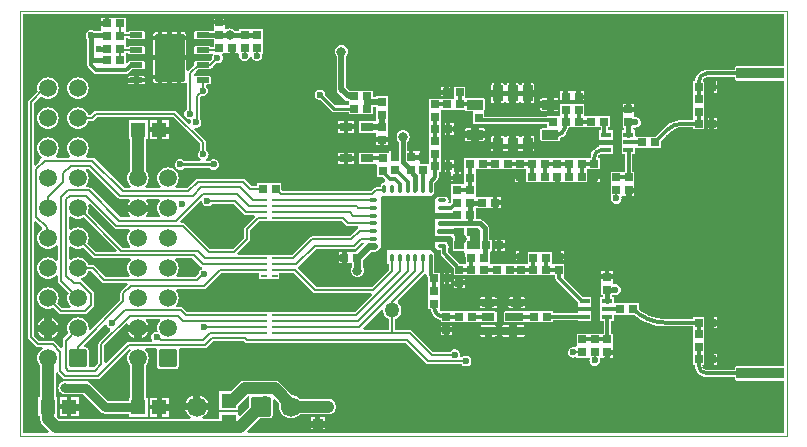
<source format=gtl>
%FSAX43Y43*%
%MOMM*%
G71*
G01*
G75*
G04 Layer_Physical_Order=1*
G04 Layer_Color=255*
%ADD10C,0.300*%
%ADD11R,0.650X0.650*%
%ADD12R,0.650X0.650*%
G04:AMPARAMS|DCode=13|XSize=4.6mm|YSize=4.6mm|CornerRadius=0.115mm|HoleSize=0mm|Usage=FLASHONLY|Rotation=270.000|XOffset=0mm|YOffset=0mm|HoleType=Round|Shape=RoundedRectangle|*
%AMROUNDEDRECTD13*
21,1,4.600,4.370,0,0,270.0*
21,1,4.370,4.600,0,0,270.0*
1,1,0.230,-2.185,-2.185*
1,1,0.230,-2.185,2.185*
1,1,0.230,2.185,2.185*
1,1,0.230,2.185,-2.185*
%
%ADD13ROUNDEDRECTD13*%
%ADD14O,0.300X0.800*%
%ADD15O,0.800X0.300*%
G04:AMPARAMS|DCode=16|XSize=1.7mm|YSize=0.65mm|CornerRadius=0.016mm|HoleSize=0mm|Usage=FLASHONLY|Rotation=180.000|XOffset=0mm|YOffset=0mm|HoleType=Round|Shape=RoundedRectangle|*
%AMROUNDEDRECTD16*
21,1,1.700,0.618,0,0,180.0*
21,1,1.667,0.650,0,0,180.0*
1,1,0.033,-0.834,0.309*
1,1,0.033,0.834,0.309*
1,1,0.033,0.834,-0.309*
1,1,0.033,-0.834,-0.309*
%
%ADD16ROUNDEDRECTD16*%
G04:AMPARAMS|DCode=17|XSize=1.5mm|YSize=0.65mm|CornerRadius=0.016mm|HoleSize=0mm|Usage=FLASHONLY|Rotation=180.000|XOffset=0mm|YOffset=0mm|HoleType=Round|Shape=RoundedRectangle|*
%AMROUNDEDRECTD17*
21,1,1.500,0.618,0,0,180.0*
21,1,1.468,0.650,0,0,180.0*
1,1,0.033,-0.734,0.309*
1,1,0.033,0.734,0.309*
1,1,0.033,0.734,-0.309*
1,1,0.033,-0.734,-0.309*
%
%ADD17ROUNDEDRECTD17*%
G04:AMPARAMS|DCode=18|XSize=1.1mm|YSize=0.65mm|CornerRadius=0.016mm|HoleSize=0mm|Usage=FLASHONLY|Rotation=180.000|XOffset=0mm|YOffset=0mm|HoleType=Round|Shape=RoundedRectangle|*
%AMROUNDEDRECTD18*
21,1,1.100,0.618,0,0,180.0*
21,1,1.067,0.650,0,0,180.0*
1,1,0.033,-0.534,0.309*
1,1,0.033,0.534,0.309*
1,1,0.033,0.534,-0.309*
1,1,0.033,-0.534,-0.309*
%
%ADD18ROUNDEDRECTD18*%
G04:AMPARAMS|DCode=19|XSize=4mm|YSize=2.5mm|CornerRadius=0.063mm|HoleSize=0mm|Usage=FLASHONLY|Rotation=270.000|XOffset=0mm|YOffset=0mm|HoleType=Round|Shape=RoundedRectangle|*
%AMROUNDEDRECTD19*
21,1,4.000,2.375,0,0,270.0*
21,1,3.875,2.500,0,0,270.0*
1,1,0.125,-1.188,-1.938*
1,1,0.125,-1.188,1.938*
1,1,0.125,1.188,1.938*
1,1,0.125,1.188,-1.938*
%
%ADD19ROUNDEDRECTD19*%
G04:AMPARAMS|DCode=20|XSize=0.45mm|YSize=1.1mm|CornerRadius=0.023mm|HoleSize=0mm|Usage=FLASHONLY|Rotation=270.000|XOffset=0mm|YOffset=0mm|HoleType=Round|Shape=RoundedRectangle|*
%AMROUNDEDRECTD20*
21,1,0.450,1.055,0,0,270.0*
21,1,0.405,1.100,0,0,270.0*
1,1,0.045,-0.527,-0.203*
1,1,0.045,-0.527,0.203*
1,1,0.045,0.527,0.203*
1,1,0.045,0.527,-0.203*
%
%ADD20ROUNDEDRECTD20*%
%ADD21R,1.300X1.300*%
%ADD22R,1.300X1.300*%
%ADD23R,0.900X0.900*%
%ADD24R,0.500X0.250*%
G04:AMPARAMS|DCode=25|XSize=1.4mm|YSize=0.8mm|CornerRadius=0.02mm|HoleSize=0mm|Usage=FLASHONLY|Rotation=270.000|XOffset=0mm|YOffset=0mm|HoleType=Round|Shape=RoundedRectangle|*
%AMROUNDEDRECTD25*
21,1,1.400,0.760,0,0,270.0*
21,1,1.360,0.800,0,0,270.0*
1,1,0.040,-0.380,-0.680*
1,1,0.040,-0.380,0.680*
1,1,0.040,0.380,0.680*
1,1,0.040,0.380,-0.680*
%
%ADD25ROUNDEDRECTD25*%
G04:AMPARAMS|DCode=26|XSize=1.4mm|YSize=0.8mm|CornerRadius=0.02mm|HoleSize=0mm|Usage=FLASHONLY|Rotation=180.000|XOffset=0mm|YOffset=0mm|HoleType=Round|Shape=RoundedRectangle|*
%AMROUNDEDRECTD26*
21,1,1.400,0.760,0,0,180.0*
21,1,1.360,0.800,0,0,180.0*
1,1,0.040,-0.680,0.380*
1,1,0.040,0.680,0.380*
1,1,0.040,0.680,-0.380*
1,1,0.040,-0.680,-0.380*
%
%ADD26ROUNDEDRECTD26*%
%ADD27C,1.270*%
G04:AMPARAMS|DCode=28|XSize=0.9mm|YSize=4mm|CornerRadius=0.045mm|HoleSize=0mm|Usage=FLASHONLY|Rotation=90.000|XOffset=0mm|YOffset=0mm|HoleType=Round|Shape=RoundedRectangle|*
%AMROUNDEDRECTD28*
21,1,0.900,3.910,0,0,90.0*
21,1,0.810,4.000,0,0,90.0*
1,1,0.090,1.955,0.405*
1,1,0.090,1.955,-0.405*
1,1,0.090,-1.955,-0.405*
1,1,0.090,-1.955,0.405*
%
%ADD28ROUNDEDRECTD28*%
%ADD29R,0.500X0.500*%
%ADD30R,0.850X0.400*%
%ADD31R,1.050X0.700*%
%ADD32C,0.400*%
%ADD33C,0.500*%
%ADD34C,1.000*%
%ADD35C,0.200*%
%ADD36C,0.650*%
%ADD37C,0.600*%
%ADD38C,0.800*%
%ADD39C,0.250*%
%ADD40C,0.050*%
%ADD41C,1.500*%
G04:AMPARAMS|DCode=42|XSize=1.5mm|YSize=1.5mm|CornerRadius=0.075mm|HoleSize=0mm|Usage=FLASHONLY|Rotation=90.000|XOffset=0mm|YOffset=0mm|HoleType=Round|Shape=RoundedRectangle|*
%AMROUNDEDRECTD42*
21,1,1.500,1.350,0,0,90.0*
21,1,1.350,1.500,0,0,90.0*
1,1,0.150,0.675,0.675*
1,1,0.150,0.675,-0.675*
1,1,0.150,-0.675,-0.675*
1,1,0.150,-0.675,0.675*
%
%ADD42ROUNDEDRECTD42*%
%ADD43C,1.700*%
G04:AMPARAMS|DCode=44|XSize=1.7mm|YSize=1.7mm|CornerRadius=0.17mm|HoleSize=0mm|Usage=FLASHONLY|Rotation=0.000|XOffset=0mm|YOffset=0mm|HoleType=Round|Shape=RoundedRectangle|*
%AMROUNDEDRECTD44*
21,1,1.700,1.360,0,0,0.0*
21,1,1.360,1.700,0,0,0.0*
1,1,0.340,0.680,-0.680*
1,1,0.340,-0.680,-0.680*
1,1,0.340,-0.680,0.680*
1,1,0.340,0.680,0.680*
%
%ADD44ROUNDEDRECTD44*%
G04:AMPARAMS|DCode=45|XSize=2.2mm|YSize=4.4mm|CornerRadius=0.11mm|HoleSize=0mm|Usage=FLASHONLY|Rotation=90.000|XOffset=0mm|YOffset=0mm|HoleType=Round|Shape=RoundedRectangle|*
%AMROUNDEDRECTD45*
21,1,2.200,4.180,0,0,90.0*
21,1,1.980,4.400,0,0,90.0*
1,1,0.220,2.090,0.990*
1,1,0.220,2.090,-0.990*
1,1,0.220,-2.090,-0.990*
1,1,0.220,-2.090,0.990*
%
%ADD45ROUNDEDRECTD45*%
%ADD46C,0.800*%
%ADD47C,0.600*%
%ADD48C,0.580*%
G36*
X0004448Y0016008D02*
X0004604Y0015924D01*
X0004774Y0015873D01*
X0004950Y0015856D01*
X0005126Y0015873D01*
X0005296Y0015924D01*
X0005380Y0015969D01*
X0006230Y0015120D01*
X0006312Y0015065D01*
X0006410Y0015045D01*
X0009357D01*
X0009416Y0014880D01*
X0009391Y0014859D01*
X0009278Y0014722D01*
X0009194Y0014566D01*
X0009143Y0014396D01*
X0009126Y0014220D01*
X0009143Y0014044D01*
X0009194Y0013874D01*
X0009278Y0013718D01*
X0009347Y0013633D01*
X0009273Y0013475D01*
X0007286D01*
X0006360Y0014400D01*
X0006278Y0014455D01*
X0006180Y0014475D01*
X0005813D01*
X0005786Y0014566D01*
X0005702Y0014722D01*
X0005589Y0014859D01*
X0005452Y0014972D01*
X0005296Y0015056D01*
X0005126Y0015107D01*
X0004950Y0015124D01*
X0004774Y0015107D01*
X0004604Y0015056D01*
X0004448Y0014972D01*
X0004363Y0014903D01*
X0004205Y0014977D01*
Y0016003D01*
X0004363Y0016077D01*
X0004448Y0016008D01*
D02*
G37*
G36*
X0015320Y0014370D02*
X0015375Y0014333D01*
X0015402Y0014315D01*
X0015448Y0014305D01*
X0015465Y0014131D01*
X0015373Y0014093D01*
X0015279Y0014021D01*
X0015207Y0013927D01*
X0015162Y0013817D01*
X0015146Y0013700D01*
X0015149Y0013679D01*
X0014944Y0013475D01*
X0013327D01*
X0013253Y0013633D01*
X0013322Y0013718D01*
X0013406Y0013874D01*
X0013457Y0014044D01*
X0013474Y0014220D01*
X0013457Y0014396D01*
X0013406Y0014566D01*
X0013322Y0014722D01*
X0013209Y0014859D01*
X0013184Y0014880D01*
X0013243Y0015045D01*
X0014644D01*
X0015320Y0014370D01*
D02*
G37*
G36*
X0011932Y0009780D02*
X0011931Y0009779D01*
X0011818Y0009642D01*
X0011734Y0009486D01*
X0011683Y0009316D01*
X0011666Y0009140D01*
X0011683Y0008964D01*
X0011720Y0008841D01*
X0011600Y0008854D01*
X0011600Y0008854D01*
D01*
X0011600Y0008854D01*
Y0008854D01*
D01*
D01*
D01*
X0011483Y0008838D01*
X0011373Y0008793D01*
X0011279Y0008721D01*
X0011207Y0008627D01*
X0011162Y0008517D01*
X0011146Y0008400D01*
X0011162Y0008283D01*
X0011207Y0008173D01*
X0011254Y0008112D01*
X0011176Y0007955D01*
X0009230D01*
X0009132Y0007935D01*
X0009050Y0007880D01*
X0007356Y0006186D01*
X0007194Y0006253D01*
Y0007717D01*
X0009040Y0009563D01*
X0009191Y0009473D01*
X0009181Y0009440D01*
X0010879D01*
X0010866Y0009486D01*
X0010782Y0009642D01*
X0010669Y0009779D01*
X0010668Y0009780D01*
X0010727Y0009945D01*
X0011873D01*
X0011932Y0009780D01*
D02*
G37*
G36*
X0004448Y0018548D02*
X0004604Y0018464D01*
X0004774Y0018413D01*
X0004950Y0018396D01*
X0005126Y0018413D01*
X0005296Y0018464D01*
X0005413Y0018527D01*
X0008223Y0015717D01*
X0008156Y0015555D01*
X0006516D01*
X0005741Y0016330D01*
X0005786Y0016414D01*
X0005837Y0016584D01*
X0005854Y0016760D01*
X0005837Y0016936D01*
X0005786Y0017106D01*
X0005702Y0017262D01*
X0005589Y0017399D01*
X0005452Y0017512D01*
X0005296Y0017596D01*
X0005126Y0017647D01*
X0004950Y0017664D01*
X0004774Y0017647D01*
X0004604Y0017596D01*
X0004448Y0017512D01*
X0004363Y0017443D01*
X0004205Y0017517D01*
Y0018543D01*
X0004363Y0018617D01*
X0004448Y0018548D01*
D02*
G37*
G36*
X0001912Y0017684D02*
X0001904Y0017509D01*
X0001771Y0017399D01*
X0001658Y0017262D01*
X0001574Y0017106D01*
X0001523Y0016936D01*
X0001506Y0016760D01*
X0001523Y0016584D01*
X0001574Y0016414D01*
X0001658Y0016258D01*
X0001771Y0016121D01*
X0001908Y0016008D01*
X0002064Y0015924D01*
X0002234Y0015873D01*
X0002410Y0015856D01*
X0002586Y0015873D01*
X0002756Y0015924D01*
X0002912Y0016008D01*
X0003049Y0016121D01*
X0003080Y0016158D01*
X0003245Y0016099D01*
Y0014881D01*
X0003080Y0014822D01*
X0003049Y0014859D01*
X0002912Y0014972D01*
X0002756Y0015056D01*
X0002586Y0015107D01*
X0002410Y0015124D01*
X0002234Y0015107D01*
X0002064Y0015056D01*
X0001908Y0014972D01*
X0001771Y0014859D01*
X0001658Y0014722D01*
X0001574Y0014566D01*
X0001523Y0014396D01*
X0001506Y0014220D01*
X0001523Y0014044D01*
X0001574Y0013874D01*
X0001658Y0013718D01*
X0001771Y0013581D01*
X0001908Y0013468D01*
X0002064Y0013384D01*
X0002234Y0013333D01*
X0002410Y0013316D01*
X0002586Y0013333D01*
X0002756Y0013384D01*
X0002912Y0013468D01*
X0003049Y0013581D01*
X0003080Y0013618D01*
X0003245Y0013559D01*
Y0013100D01*
X0003245Y0013100D01*
X0003245D01*
X0003265Y0013002D01*
X0003320Y0012920D01*
X0004149Y0012091D01*
X0004114Y0012026D01*
X0004063Y0011856D01*
X0004046Y0011680D01*
X0004063Y0011504D01*
X0004114Y0011334D01*
X0004198Y0011178D01*
X0004311Y0011041D01*
X0004336Y0011020D01*
X0004277Y0010855D01*
X0003596D01*
X0003201Y0011250D01*
X0003246Y0011334D01*
X0003297Y0011504D01*
X0003314Y0011680D01*
X0003297Y0011856D01*
X0003246Y0012026D01*
X0003162Y0012182D01*
X0003049Y0012319D01*
X0002912Y0012432D01*
X0002756Y0012516D01*
X0002586Y0012567D01*
X0002410Y0012584D01*
X0002234Y0012567D01*
X0002064Y0012516D01*
X0001908Y0012432D01*
X0001771Y0012319D01*
X0001658Y0012182D01*
X0001574Y0012026D01*
X0001523Y0011856D01*
X0001506Y0011680D01*
X0001523Y0011504D01*
X0001574Y0011334D01*
X0001658Y0011178D01*
X0001771Y0011041D01*
X0001908Y0010928D01*
X0002064Y0010844D01*
X0002234Y0010793D01*
X0002410Y0010776D01*
X0002586Y0010793D01*
X0002756Y0010844D01*
X0002840Y0010889D01*
X0003310Y0010420D01*
X0003392Y0010365D01*
X0003490Y0010345D01*
X0005540D01*
X0005638Y0010365D01*
X0005720Y0010420D01*
X0006225Y0010924D01*
X0006280Y0011007D01*
X0006300Y0011105D01*
Y0012068D01*
D01*
Y0012068D01*
X0006300D01*
D01*
Y0012068D01*
X0006300D01*
Y0012068D01*
X0006300Y0012068D01*
X0006300Y0012068D01*
D01*
D01*
D01*
D01*
X0006280Y0012166D01*
X0006262Y0012194D01*
X0006262Y0012194D01*
X0006225Y0012249D01*
Y0012249D01*
X0006225Y0012249D01*
X0005343Y0013130D01*
X0005261Y0013185D01*
X0005239Y0013190D01*
X0005231Y0013365D01*
X0005296Y0013384D01*
X0005452Y0013468D01*
X0005589Y0013581D01*
X0005702Y0013718D01*
X0005786Y0013874D01*
X0005813Y0013965D01*
X0006074D01*
X0007000Y0013040D01*
X0007082Y0012984D01*
X0007099Y0012981D01*
X0007180Y0012965D01*
X0009105D01*
X0009172Y0012803D01*
X0008620Y0012252D01*
X0008565Y0012169D01*
X0008545Y0012071D01*
X0008545Y0012071D01*
X0008545D01*
X0008545Y0012071D01*
X0008545D01*
Y0011506D01*
X0006002Y0008963D01*
X0005844Y0009038D01*
X0005854Y0009140D01*
X0005837Y0009316D01*
X0005786Y0009486D01*
X0005702Y0009642D01*
X0005589Y0009779D01*
X0005452Y0009892D01*
X0005296Y0009976D01*
X0005126Y0010027D01*
X0004950Y0010044D01*
X0004774Y0010027D01*
X0004604Y0009976D01*
X0004448Y0009892D01*
X0004311Y0009779D01*
X0004198Y0009642D01*
X0004114Y0009486D01*
X0004063Y0009316D01*
X0004046Y0009140D01*
X0004063Y0008964D01*
X0004114Y0008794D01*
X0004159Y0008710D01*
X0003720Y0008270D01*
X0003665Y0008188D01*
X0003645Y0008090D01*
X0003645Y0008090D01*
X0003645D01*
X0003645Y0008090D01*
X0003645D01*
Y0007544D01*
X0003483Y0007477D01*
X0002980Y0007980D01*
X0002898Y0008035D01*
X0002800Y0008055D01*
X0001660D01*
X0001205Y0008510D01*
Y0018162D01*
X0001367Y0018229D01*
X0001912Y0017684D01*
D02*
G37*
G36*
X0036557Y0016838D02*
X0036675Y0016700D01*
Y0016550D01*
Y0015659D01*
X0037625D01*
Y0015659D01*
X0037641D01*
X0037775Y0014989D01*
Y0014625D01*
D01*
Y0014625D01*
X0037725Y0014575D01*
X0037725D01*
Y0014575D01*
X0037261D01*
X0036253Y0015584D01*
Y0015827D01*
X0036264Y0015836D01*
X0036312Y0015899D01*
X0036342Y0015972D01*
X0036352Y0016050D01*
X0036342Y0016128D01*
X0036312Y0016201D01*
X0036264Y0016264D01*
X0036233Y0016288D01*
Y0016462D01*
X0036264Y0016486D01*
X0036312Y0016549D01*
X0036342Y0016622D01*
X0036352Y0016700D01*
X0036342Y0016778D01*
X0036336Y0016794D01*
X0036382Y0016843D01*
X0036557Y0016838D01*
D02*
G37*
G36*
X0030734Y0010653D02*
X0030762Y0010643D01*
X0030776Y0010496D01*
X0030821Y0010348D01*
X0030894Y0010212D01*
X0030992Y0010092D01*
X0031112Y0009994D01*
X0031248Y0009921D01*
X0031295Y0009907D01*
Y0009005D01*
X0029129D01*
X0029062Y0009167D01*
X0030565Y0010669D01*
X0030734Y0010653D01*
D02*
G37*
G36*
X0007372Y0009406D02*
X0007407Y0009323D01*
X0007479Y0009229D01*
X0007573Y0009157D01*
X0007668Y0009118D01*
X0007677Y0009072D01*
X0007654Y0008898D01*
X0006759Y0008003D01*
X0006704Y0007920D01*
X0006684Y0007822D01*
X0006684Y0007822D01*
X0006684D01*
X0006684Y0007822D01*
X0006684D01*
Y0006216D01*
X0006273Y0005805D01*
X0005854D01*
X0005854Y0005925D01*
X0005854Y0005925D01*
X0005854D01*
D01*
D01*
D01*
Y0007275D01*
X0005837Y0007363D01*
X0005787Y0007437D01*
X0005713Y0007487D01*
X0005625Y0007504D01*
X0005494D01*
X0005427Y0007666D01*
X0007167Y0009407D01*
X0007289Y0009423D01*
X0007372Y0009406D01*
D02*
G37*
G36*
X0064700Y0031341D02*
X0064655Y0031304D01*
X0060745D01*
X0060669Y0031289D01*
X0060604Y0031246D01*
X0060561Y0031181D01*
X0060546Y0031105D01*
Y0031003D01*
X0058200D01*
Y0031005D01*
X0058004Y0030986D01*
X0057815Y0030928D01*
X0057642Y0030835D01*
X0057489Y0030711D01*
X0057365Y0030558D01*
X0057272Y0030385D01*
X0057214Y0030196D01*
X0057198Y0030025D01*
X0057025D01*
Y0029075D01*
D01*
D01*
X0057025Y0029075D01*
X0057025Y0029025D01*
X0057025D01*
Y0028075D01*
X0057025Y0028075D01*
X0057025Y0027925D01*
X0057025D01*
Y0026975D01*
X0057025D01*
Y0026967D01*
Y0026975D01*
Y0026975D01*
Y0026925D01*
D01*
X0057025Y0026753D01*
X0056100D01*
Y0026754D01*
X0055830Y0026737D01*
X0055565Y0026684D01*
X0055309Y0026597D01*
X0055066Y0026477D01*
X0054841Y0026327D01*
X0054638Y0026149D01*
X0054639Y0026148D01*
X0053847Y0025355D01*
X0053325D01*
D01*
D01*
X0053325Y0025355D01*
X0053175D01*
Y0025355D01*
X0052225D01*
D01*
X0052225D01*
X0052125Y0025455D01*
Y0025880D01*
X0051995D01*
X0051933Y0026044D01*
X0051993Y0026097D01*
X0052027D01*
Y0026097D01*
X0052032Y0026131D01*
X0052035Y0026133D01*
X0052150Y0026118D01*
X0052267Y0026133D01*
X0052377Y0026178D01*
X0052471Y0026251D01*
X0052543Y0026345D01*
X0052588Y0026454D01*
X0052604Y0026572D01*
X0052588Y0026689D01*
X0052543Y0026799D01*
X0052471Y0026892D01*
X0052377Y0026965D01*
X0052267Y0027010D01*
X0052150Y0027025D01*
D01*
X0052027Y0027047D01*
Y0027197D01*
X0052027D01*
Y0027472D01*
X0051077D01*
Y0027197D01*
X0051077Y0027197D01*
X0051077Y0027047D01*
X0051077D01*
Y0026097D01*
X0051197D01*
Y0025880D01*
X0050975D01*
Y0025180D01*
Y0024530D01*
Y0023880D01*
X0051277D01*
Y0022381D01*
X0051105Y0022381D01*
D01*
X0051005D01*
Y0022381D01*
X0050055D01*
Y0021431D01*
X0050055Y0021431D01*
X0050055Y0021281D01*
X0050055D01*
Y0020331D01*
X0050055D01*
X0050100Y0020264D01*
X0050091Y0020244D01*
X0050076Y0020126D01*
X0050091Y0020009D01*
X0050137Y0019899D01*
X0050209Y0019805D01*
X0050303Y0019733D01*
X0050412Y0019688D01*
X0050530Y0019672D01*
X0050647Y0019688D01*
X0050757Y0019733D01*
X0050851Y0019805D01*
X0050923Y0019899D01*
X0050968Y0020009D01*
X0050984Y0020126D01*
X0050968Y0020244D01*
D01*
X0050967Y0020274D01*
D01*
X0051105Y0020331D01*
D01*
X0051129Y0020331D01*
Y0020331D01*
X0051129Y0020331D01*
X0051380D01*
Y0020806D01*
X0051580D01*
Y0021006D01*
X0052055D01*
Y0021281D01*
D01*
Y0021281D01*
X0052055Y0021281D01*
Y0021431D01*
X0052055D01*
Y0022381D01*
X0051882D01*
Y0023880D01*
X0052125D01*
Y0024405D01*
X0052225D01*
Y0024405D01*
X0053175D01*
Y0024405D01*
X0053175D01*
X0053175Y0024405D01*
X0053325D01*
Y0024405D01*
X0054275D01*
Y0024927D01*
X0055067Y0025720D01*
X0055073Y0025728D01*
X0055240Y0025870D01*
X0055436Y0025990D01*
X0055648Y0026078D01*
X0055871Y0026132D01*
X0056090Y0026149D01*
X0056100Y0026147D01*
X0057025D01*
Y0025975D01*
X0057975D01*
Y0025975D01*
X0057975D01*
X0057975Y0025975D01*
D01*
Y0026960D01*
Y0026975D01*
X0057975D01*
Y0027925D01*
D01*
Y0027925D01*
X0057975Y0027925D01*
Y0028075D01*
X0057975D01*
Y0029025D01*
X0057975D01*
Y0029050D01*
X0057975Y0029050D01*
X0057975Y0029070D01*
Y0029075D01*
D01*
X0057975Y0029075D01*
Y0030000D01*
X0057926D01*
X0057850Y0030059D01*
X0057851Y0030149D01*
X0057850Y0030149D01*
X0057850Y0030160D01*
X0057850Y0030160D01*
X0057850Y0030160D01*
X0057851Y0030189D01*
X0057855Y0030199D01*
X0057918Y0030282D01*
X0058001Y0030345D01*
X0058097Y0030385D01*
X0058196Y0030398D01*
X0058200Y0030397D01*
X0060546D01*
Y0030295D01*
X0060561Y0030219D01*
X0060604Y0030154D01*
X0060669Y0030111D01*
X0060745Y0030096D01*
X0064655D01*
X0064700Y0030059D01*
Y0005941D01*
X0064655Y0005904D01*
X0060745D01*
X0060669Y0005889D01*
X0060604Y0005846D01*
X0060561Y0005781D01*
X0060546Y0005705D01*
Y0005603D01*
X0058200D01*
X0058196Y0005602D01*
X0058097Y0005615D01*
X0058001Y0005655D01*
X0057918Y0005718D01*
X0057855Y0005801D01*
X0057822Y0005879D01*
X0057829Y0005889D01*
X0057825D01*
Y0006000D01*
X0057824Y0006000D01*
X0057849Y0006025D01*
X0057920D01*
X0057920Y0006025D01*
X0057975D01*
Y0006025D01*
X0057975D01*
X0057975Y0006025D01*
D01*
Y0007010D01*
Y0007025D01*
X0057975D01*
Y0007975D01*
D01*
Y0007975D01*
X0057975Y0007975D01*
Y0008125D01*
X0057975D01*
Y0009075D01*
D01*
Y0009075D01*
X0057976Y0009076D01*
X0057976Y0010075D01*
X0057975D01*
Y0010075D01*
X0057025D01*
Y0009903D01*
X0054726D01*
X0054716Y0009901D01*
X0054371Y0009918D01*
X0054019Y0009970D01*
X0053674Y0010057D01*
X0053339Y0010177D01*
X0053017Y0010329D01*
X0052712Y0010512D01*
X0052426Y0010724D01*
X0052425Y0010725D01*
Y0011225D01*
X0051475D01*
D01*
D01*
X0051475Y0011225D01*
X0051325D01*
Y0011225D01*
X0050375D01*
D01*
X0050375D01*
X0050325Y0011275D01*
Y0011750D01*
X0050181D01*
X0050130Y0011917D01*
X0050142Y0011925D01*
X0050225D01*
Y0011925D01*
X0050300Y0011975D01*
X0050333Y0011962D01*
X0050450Y0011946D01*
X0050567Y0011962D01*
X0050677Y0012007D01*
X0050771Y0012079D01*
X0050843Y0012173D01*
X0050888Y0012283D01*
X0050904Y0012400D01*
X0050888Y0012517D01*
X0050843Y0012627D01*
X0050771Y0012721D01*
X0050677Y0012793D01*
X0050567Y0012838D01*
X0050450Y0012854D01*
X0050357Y0012842D01*
X0050225Y0012957D01*
Y0013025D01*
X0050225D01*
Y0013300D01*
X0049275D01*
Y0013025D01*
X0049275Y0013025D01*
X0049275Y0012875D01*
X0049275D01*
Y0011925D01*
X0049397D01*
Y0011750D01*
X0049175D01*
Y0011050D01*
Y0010400D01*
Y0009750D01*
X0049447D01*
Y0008675D01*
X0049275Y0008675D01*
D01*
X0049175D01*
Y0008675D01*
X0048225D01*
D01*
D01*
X0048225Y0008675D01*
X0048125D01*
Y0008675D01*
X0047175D01*
Y0007725D01*
X0047175D01*
Y0007629D01*
X0047029Y0007532D01*
X0047013Y0007539D01*
X0046895Y0007554D01*
X0046778Y0007539D01*
X0046668Y0007493D01*
X0046574Y0007421D01*
X0046502Y0007327D01*
X0046457Y0007218D01*
X0046442Y0007100D01*
X0046457Y0006983D01*
X0046502Y0006873D01*
X0046574Y0006779D01*
X0046668Y0006707D01*
X0046778Y0006662D01*
X0046895Y0006646D01*
X0047013Y0006662D01*
X0047122Y0006707D01*
X0047122Y0006707D01*
Y0006707D01*
X0047175Y0006625D01*
Y0006625D01*
X0048101D01*
X0048101Y0006625D01*
X0048101Y0006625D01*
X0048125Y0006625D01*
D01*
X0048263Y0006568D01*
D01*
X0048262Y0006517D01*
D01*
X0048246Y0006400D01*
X0048262Y0006283D01*
X0048307Y0006173D01*
X0048379Y0006079D01*
X0048473Y0006007D01*
X0048583Y0005962D01*
X0048700Y0005946D01*
X0048817Y0005962D01*
X0048927Y0006007D01*
X0049021Y0006079D01*
X0049093Y0006173D01*
X0049138Y0006283D01*
X0049154Y0006400D01*
X0049138Y0006517D01*
X0049125Y0006550D01*
X0049137Y0006568D01*
X0049275Y0006625D01*
D01*
X0049299Y0006625D01*
Y0006625D01*
X0049299Y0006625D01*
X0049550D01*
Y0007100D01*
X0049750D01*
Y0007300D01*
X0050225D01*
Y0007575D01*
D01*
Y0007575D01*
X0050225Y0007575D01*
Y0007725D01*
X0050225D01*
Y0008675D01*
X0050053D01*
Y0009750D01*
X0050325D01*
Y0010275D01*
X0050375D01*
Y0010275D01*
X0051325D01*
Y0010275D01*
X0051325D01*
X0051325Y0010275D01*
X0051475D01*
Y0010275D01*
X0052021D01*
X0052300Y0010061D01*
X0052611Y0009863D01*
X0052939Y0009692D01*
X0053279Y0009551D01*
X0053631Y0009440D01*
X0053992Y0009360D01*
X0054358Y0009312D01*
X0054726Y0009296D01*
Y0009297D01*
X0057025D01*
X0057025Y0009125D01*
X0057025D01*
X0057025Y0009075D01*
X0057025D01*
Y0008125D01*
X0057025Y0008125D01*
X0057025Y0007975D01*
X0057025D01*
Y0007025D01*
X0057025D01*
Y0007017D01*
Y0007025D01*
Y0007025D01*
Y0006975D01*
X0057025D01*
Y0006025D01*
X0057195D01*
Y0006000D01*
X0057195D01*
X0057214Y0005804D01*
X0057272Y0005615D01*
X0057365Y0005442D01*
X0057489Y0005289D01*
X0057642Y0005165D01*
X0057815Y0005072D01*
X0058004Y0005014D01*
X0058200Y0004995D01*
Y0004997D01*
X0060546D01*
Y0004895D01*
X0060561Y0004819D01*
X0060604Y0004754D01*
X0060669Y0004711D01*
X0060745Y0004696D01*
X0064655D01*
X0064700Y0004659D01*
Y0000300D01*
X0019352D01*
X0019285Y0000462D01*
X0020321Y0001497D01*
X0021130D01*
X0021214Y0001508D01*
X0021291Y0001540D01*
X0021358Y0001592D01*
X0021410Y0001659D01*
X0021442Y0001736D01*
X0021453Y0001820D01*
Y0002846D01*
X0021453Y0002850D01*
X0021453Y0002854D01*
Y0003045D01*
X0021614Y0003112D01*
X0022010Y0002716D01*
X0022004Y0002696D01*
X0021985Y0002500D01*
X0022004Y0002304D01*
X0022062Y0002115D01*
X0022154Y0001942D01*
X0022279Y0001789D01*
X0022432Y0001665D01*
X0022605Y0001572D01*
X0022794Y0001514D01*
X0022990Y0001495D01*
X0023186Y0001514D01*
X0023375Y0001572D01*
X0023548Y0001665D01*
X0023701Y0001789D01*
X0023748Y0001847D01*
X0026150D01*
X0026277Y0001859D01*
X0026400Y0001897D01*
X0026513Y0001957D01*
X0026612Y0002038D01*
X0026693Y0002137D01*
X0026753Y0002250D01*
X0026791Y0002373D01*
X0026803Y0002500D01*
X0026791Y0002627D01*
X0026753Y0002750D01*
X0026693Y0002863D01*
X0026612Y0002962D01*
X0026513Y0003043D01*
X0026400Y0003103D01*
X0026277Y0003141D01*
X0026150Y0003153D01*
X0023748D01*
X0023701Y0003211D01*
X0023548Y0003335D01*
X0023375Y0003428D01*
X0023186Y0003486D01*
X0023077Y0003496D01*
X0022062Y0004512D01*
X0021963Y0004593D01*
X0021889Y0004632D01*
X0021850Y0004653D01*
X0021727Y0004691D01*
X0021600Y0004703D01*
X0021600Y0004703D01*
X0019050D01*
X0019050Y0004703D01*
X0018923Y0004691D01*
X0018800Y0004653D01*
X0018687Y0004593D01*
X0018588Y0004512D01*
X0018588Y0004512D01*
X0017876Y0003800D01*
X0016900D01*
Y0002200D01*
X0018500D01*
Y0002576D01*
X0019310Y0003386D01*
X0019462Y0003361D01*
X0019458Y0003264D01*
X0019458Y0003264D01*
X0019458Y0003264D01*
X0019447Y0003180D01*
Y0002471D01*
X0018662Y0001685D01*
X0018500Y0001752D01*
Y0002000D01*
X0016900D01*
Y0001453D01*
X0015523D01*
X0015480Y0001623D01*
X0015558Y0001665D01*
X0015711Y0001789D01*
X0015835Y0001942D01*
X0015928Y0002115D01*
X0015954Y0002200D01*
X0014046D01*
X0014072Y0002115D01*
X0014165Y0001942D01*
X0014289Y0001789D01*
X0014442Y0001665D01*
X0014520Y0001623D01*
X0014477Y0001453D01*
X0003321D01*
X0003162Y0001611D01*
X0003199Y0001700D01*
X0003199D01*
X0003199Y0001700D01*
Y0003300D01*
X0003063D01*
Y0005331D01*
X0003231Y0005382D01*
X0003277Y0005312D01*
X0003670Y0004920D01*
X0003752Y0004865D01*
X0003850Y0004845D01*
X0006630D01*
X0006728Y0004865D01*
X0006810Y0004920D01*
X0009254Y0007363D01*
X0009424Y0007325D01*
X0009440Y0007280D01*
X0009391Y0007239D01*
X0009278Y0007102D01*
X0009194Y0006946D01*
X0009143Y0006776D01*
X0009126Y0006600D01*
X0009143Y0006424D01*
X0009194Y0006254D01*
X0009278Y0006098D01*
X0009391Y0005961D01*
X0009396Y0005956D01*
Y0003250D01*
X0009249D01*
Y0003005D01*
X0007480D01*
X0005992Y0004492D01*
X0005877Y0004580D01*
X0005744Y0004636D01*
X0005600Y0004655D01*
X0003850D01*
X0003706Y0004636D01*
X0003573Y0004580D01*
X0003458Y0004492D01*
X0003370Y0004377D01*
X0003314Y0004244D01*
X0003295Y0004100D01*
X0003314Y0003956D01*
X0003370Y0003823D01*
X0003458Y0003708D01*
X0003573Y0003620D01*
X0003706Y0003564D01*
X0003850Y0003545D01*
X0005370D01*
X0006858Y0002058D01*
X0006973Y0001970D01*
X0006973Y0001970D01*
X0006973Y0001970D01*
D01*
X0006973Y0001970D01*
X0006973Y0001970D01*
X0007106Y0001914D01*
X0007250Y0001895D01*
X0009249D01*
Y0001650D01*
X0010849D01*
Y0003250D01*
X0010702D01*
Y0006001D01*
X0010782Y0006098D01*
X0010866Y0006254D01*
X0010917Y0006424D01*
X0010934Y0006600D01*
X0010917Y0006776D01*
X0010866Y0006946D01*
X0010782Y0007102D01*
X0010669Y0007239D01*
X0010620Y0007280D01*
X0010679Y0007445D01*
X0011560D01*
X0011563Y0007443D01*
X0011673Y0007310D01*
X0011666Y0007275D01*
Y0005925D01*
X0011683Y0005837D01*
X0011733Y0005763D01*
X0011807Y0005713D01*
X0011895Y0005696D01*
X0013245D01*
X0013333Y0005713D01*
X0013407Y0005763D01*
X0013457Y0005837D01*
X0013474Y0005925D01*
Y0007275D01*
X0013467Y0007310D01*
X0013577Y0007443D01*
X0013580Y0007445D01*
X0015719D01*
X0015817Y0007465D01*
X0015899Y0007520D01*
X0016425Y0008045D01*
X0018994D01*
X0019080Y0007960D01*
X0019162Y0007905D01*
X0019260Y0007885D01*
X0032704D01*
X0034420Y0006170D01*
X0034502Y0006115D01*
X0034600Y0006095D01*
X0037428D01*
X0037479Y0006029D01*
X0037573Y0005957D01*
X0037683Y0005912D01*
X0037800Y0005896D01*
X0037917Y0005912D01*
X0038027Y0005957D01*
X0038121Y0006029D01*
X0038193Y0006123D01*
X0038238Y0006233D01*
X0038254Y0006350D01*
X0038238Y0006467D01*
X0038193Y0006577D01*
X0038121Y0006671D01*
X0038027Y0006743D01*
X0037917Y0006788D01*
X0037800Y0006804D01*
X0037683Y0006788D01*
X0037573Y0006743D01*
X0037481Y0006672D01*
X0037308Y0006701D01*
X0037275Y0006750D01*
X0037288Y0006783D01*
X0037304Y0006900D01*
X0037288Y0007017D01*
X0037243Y0007127D01*
X0037171Y0007221D01*
X0037077Y0007293D01*
X0036967Y0007338D01*
X0036850Y0007354D01*
X0036733Y0007338D01*
X0036623Y0007293D01*
X0036529Y0007221D01*
X0036478Y0007155D01*
X0035006D01*
X0033230Y0008930D01*
X0033148Y0008985D01*
X0033050Y0009005D01*
X0031805D01*
Y0009907D01*
X0031852Y0009921D01*
X0031988Y0009994D01*
X0032108Y0010092D01*
X0032206Y0010212D01*
X0032279Y0010348D01*
X0032324Y0010496D01*
X0032339Y0010650D01*
X0032324Y0010804D01*
X0032279Y0010952D01*
X0032206Y0011088D01*
X0032108Y0011208D01*
X0032022Y0011278D01*
X0032013Y0011453D01*
X0034330Y0013770D01*
X0034474Y0013673D01*
X0034497Y0013650D01*
X0034497Y0013650D01*
D01*
X0034508Y0013572D01*
X0034538Y0013499D01*
X0034586Y0013436D01*
X0034625Y0013397D01*
Y0012875D01*
X0034625Y0012875D01*
X0034625Y0012775D01*
X0034625D01*
Y0011825D01*
X0034625Y0011825D01*
X0034625Y0011675D01*
X0034625D01*
Y0010725D01*
X0034814D01*
X0034851Y0010570D01*
X0034919Y0010408D01*
X0035010Y0010258D01*
X0035124Y0010124D01*
X0035258Y0010010D01*
X0035408Y0009919D01*
X0035570Y0009851D01*
X0035675Y0009826D01*
Y0009625D01*
X0035675Y0009625D01*
Y0009625D01*
X0036625D01*
Y0009625D01*
X0036725D01*
Y0009625D01*
X0037675D01*
Y0009625D01*
X0037675D01*
X0037675Y0009625D01*
X0037825D01*
Y0009625D01*
X0038775D01*
X0038775Y0009625D01*
X0039150D01*
X0039166Y0009622D01*
X0040234D01*
X0040299Y0009635D01*
X0040354Y0009671D01*
X0040390Y0009726D01*
X0040403Y0009791D01*
Y0010409D01*
X0040390Y0010474D01*
X0040354Y0010529D01*
X0040299Y0010565D01*
X0040234Y0010578D01*
X0039166D01*
X0039150Y0010575D01*
X0037825D01*
D01*
D01*
X0037825Y0010575D01*
X0037675D01*
Y0010575D01*
X0036725D01*
D01*
D01*
X0036725Y0010575D01*
X0036625D01*
Y0010575D01*
X0035670D01*
X0035575Y0010670D01*
Y0010740D01*
X0035575D01*
Y0011675D01*
D01*
Y0011675D01*
X0035575Y0011675D01*
Y0011825D01*
X0035575D01*
Y0012775D01*
D01*
Y0012775D01*
X0035575Y0012775D01*
Y0013825D01*
X0035575D01*
Y0013825D01*
X0035102D01*
Y0015050D01*
Y0015300D01*
X0035092Y0015378D01*
X0035078Y0015412D01*
X0035098Y0015461D01*
X0034778Y0015781D01*
X0035049Y0016053D01*
Y0016081D01*
X0035051D01*
X0035383Y0015749D01*
X0035438Y0015772D01*
X0035471Y0015758D01*
X0035550Y0015747D01*
X0035647D01*
Y0015458D01*
X0035658Y0015380D01*
X0035688Y0015307D01*
X0035736Y0015244D01*
X0036775Y0014205D01*
Y0013825D01*
Y0013625D01*
X0037725D01*
D01*
X0037775D01*
Y0013625D01*
X0038725D01*
Y0013625D01*
X0038725D01*
X0038725Y0013625D01*
X0038875D01*
Y0013625D01*
X0039825D01*
Y0013625D01*
X0039825D01*
X0039825Y0013625D01*
X0039925D01*
Y0013625D01*
X0040875D01*
Y0013625D01*
X0040875D01*
X0040875Y0013625D01*
X0041025D01*
Y0013625D01*
X0041975D01*
Y0013625D01*
X0041975D01*
X0041975Y0013625D01*
X0042025Y0013625D01*
Y0013625D01*
X0042975D01*
Y0013625D01*
X0042975D01*
X0042975Y0013625D01*
X0043025Y0013625D01*
Y0013625D01*
X0043975D01*
Y0013625D01*
X0043975D01*
X0043975Y0013625D01*
X0044125D01*
Y0013625D01*
X0045075D01*
Y0013625D01*
X0045075D01*
X0045075Y0013625D01*
X0045175Y0013625D01*
D01*
X0045347Y0013625D01*
Y0013411D01*
X0045358Y0013333D01*
X0045388Y0013260D01*
X0045436Y0013197D01*
X0047275Y0011358D01*
Y0011050D01*
Y0010950D01*
X0048425D01*
Y0011050D01*
Y0011750D01*
X0047739D01*
X0046125Y0013364D01*
Y0013625D01*
Y0014575D01*
D01*
Y0014575D01*
X0046125Y0014575D01*
Y0014580D01*
X0045075D01*
Y0015575D01*
D01*
X0045051Y0015575D01*
Y0015575D01*
X0045051Y0015575D01*
X0044125D01*
D01*
D01*
X0044125Y0015575D01*
X0043975D01*
Y0015575D01*
X0043099D01*
X0043099Y0015575D01*
X0043099Y0015575D01*
X0043025Y0015575D01*
X0043014Y0015596D01*
Y0014581D01*
X0042039D01*
X0042025Y0014595D01*
Y0014575D01*
X0041975Y0014575D01*
Y0014575D01*
X0041025D01*
D01*
D01*
X0041025Y0014575D01*
X0040875D01*
Y0014575D01*
X0039925D01*
Y0014575D01*
X0039825D01*
Y0014600D01*
Y0014625D01*
X0039825Y0014699D01*
X0039825D01*
X0039825Y0014699D01*
Y0015575D01*
D01*
Y0015575D01*
X0039909Y0015659D01*
X0039975Y0015659D01*
Y0016609D01*
X0039728D01*
Y0017581D01*
X0039728Y0017581D01*
X0039716Y0017672D01*
X0039681Y0017757D01*
X0039625Y0017830D01*
X0039625Y0017830D01*
X0039205Y0018250D01*
X0039132Y0018306D01*
X0039047Y0018341D01*
X0038956Y0018353D01*
X0038956Y0018353D01*
X0038625D01*
Y0019175D01*
X0038625D01*
X0038625Y0019275D01*
X0038675D01*
Y0019275D01*
X0039625D01*
Y0019275D01*
X0039625D01*
X0039625Y0019275D01*
X0039775D01*
Y0019275D01*
X0040050D01*
Y0019750D01*
Y0020225D01*
X0039775D01*
D01*
D01*
X0039775Y0020225D01*
X0039625D01*
Y0020225D01*
X0038675D01*
D01*
X0038675D01*
X0038625Y0020275D01*
Y0020375D01*
X0038625D01*
Y0021325D01*
D01*
Y0021325D01*
X0038625Y0021325D01*
X0038625Y0021375D01*
X0038625D01*
Y0022233D01*
Y0022575D01*
X0038775D01*
Y0022575D01*
X0039725D01*
Y0022575D01*
X0039725D01*
X0039725Y0022575D01*
X0039775D01*
Y0022575D01*
X0040725D01*
Y0022575D01*
X0040725D01*
X0040725Y0022575D01*
X0040875D01*
Y0022575D01*
X0042920D01*
X0042920Y0022575D01*
Y0021475D01*
X0042925D01*
X0042999Y0021475D01*
Y0021475D01*
X0042999Y0021475D01*
X0043875D01*
Y0021475D01*
X0043875D01*
X0043875Y0021475D01*
X0044025D01*
Y0021475D01*
X0044901D01*
X0044901Y0021475D01*
X0044901Y0021475D01*
X0044975Y0021475D01*
X0045000Y0021475D01*
X0045025D01*
X0045099Y0021475D01*
Y0021475D01*
X0045099Y0021475D01*
X0045300D01*
Y0021950D01*
X0045700D01*
Y0021475D01*
X0045901D01*
X0045901Y0021475D01*
X0045901Y0021475D01*
X0045975Y0021475D01*
X0046000D01*
X0046025Y0021475D01*
X0046099Y0021475D01*
Y0021475D01*
X0046099Y0021475D01*
X0046975D01*
Y0021475D01*
X0046975D01*
X0046975Y0021475D01*
X0047125D01*
Y0021475D01*
X0048051D01*
X0048051Y0021475D01*
X0048051Y0021475D01*
X0048075Y0021475D01*
Y0022570D01*
X0049125D01*
Y0022575D01*
X0049125D01*
Y0023525D01*
X0049077D01*
X0048962Y0023657D01*
X0048964Y0023671D01*
X0048998Y0023754D01*
X0049052Y0023824D01*
X0049053Y0023826D01*
X0049055Y0023827D01*
X0049124Y0023880D01*
X0050225D01*
Y0024530D01*
Y0024680D01*
X0049075D01*
Y0024530D01*
Y0024505D01*
X0048934Y0024462D01*
X0048769Y0024374D01*
X0048624Y0024255D01*
X0048624Y0024255D01*
X0048506Y0024111D01*
X0048418Y0023946D01*
X0048364Y0023768D01*
X0048345Y0023582D01*
D01*
Y0023582D01*
X0048288Y0023525D01*
X0048175Y0023525D01*
D01*
X0048075D01*
Y0023525D01*
X0047125D01*
D01*
D01*
X0047125Y0023525D01*
X0046975D01*
Y0023525D01*
X0046025D01*
D01*
D01*
X0046025Y0023525D01*
X0045975D01*
Y0023525D01*
X0045025D01*
D01*
D01*
X0045025Y0023525D01*
X0044975D01*
Y0023525D01*
X0044025D01*
D01*
D01*
X0044025Y0023525D01*
X0043875D01*
Y0023525D01*
X0042925D01*
D01*
D01*
X0042925Y0023525D01*
X0042875D01*
Y0023525D01*
X0041925D01*
D01*
D01*
X0041925Y0023525D01*
X0041825D01*
Y0023525D01*
X0040875D01*
D01*
D01*
X0040875Y0023525D01*
X0040725D01*
Y0023525D01*
X0039775D01*
D01*
D01*
X0039775Y0023525D01*
X0039725D01*
Y0023525D01*
X0038775D01*
D01*
D01*
X0038775Y0023525D01*
X0038625D01*
Y0023525D01*
X0037675D01*
Y0022575D01*
X0037675D01*
Y0022325D01*
X0037673D01*
Y0021338D01*
X0036575D01*
X0036575Y0021325D01*
X0036575Y0021251D01*
X0036575D01*
X0036575Y0021251D01*
Y0020375D01*
X0036575Y0020375D01*
X0036575Y0020225D01*
X0036575D01*
Y0019803D01*
X0036471Y0019698D01*
X0036298Y0019727D01*
X0036282Y0019760D01*
X0036312Y0019799D01*
X0036342Y0019872D01*
X0036352Y0019950D01*
X0036342Y0020028D01*
X0036312Y0020101D01*
X0036264Y0020164D01*
X0036201Y0020212D01*
X0036128Y0020242D01*
X0036050Y0020253D01*
X0035550D01*
X0035471Y0020242D01*
X0035438Y0020228D01*
X0035390Y0020248D01*
X0035092Y0019950D01*
X0034800Y0020200D01*
Y0020250D01*
X0034800D01*
X0035096Y0020546D01*
X0035078Y0020588D01*
X0035092Y0020622D01*
X0035102Y0020700D01*
Y0021200D01*
X0035102Y0021200D01*
X0035102Y0021200D01*
Y0021200D01*
Y0021424D01*
X0035389Y0021711D01*
X0035437Y0021774D01*
X0035467Y0021847D01*
X0035478Y0021925D01*
Y0022383D01*
X0035650Y0022383D01*
Y0023450D01*
X0035650D01*
Y0024333D01*
D01*
Y0024333D01*
X0035650Y0024333D01*
Y0024483D01*
X0035650D01*
Y0025336D01*
Y0026525D01*
Y0027475D01*
X0035650D01*
Y0027625D01*
X0035700D01*
Y0027625D01*
X0036650D01*
Y0027625D01*
X0036650D01*
X0036650Y0027625D01*
X0036800D01*
Y0027625D01*
X0037710D01*
X0037710Y0027624D01*
X0037747Y0027567D01*
X0037804Y0027530D01*
X0037870Y0027517D01*
X0038395D01*
Y0027375D01*
X0038395D01*
Y0026425D01*
X0039345D01*
Y0026447D01*
X0044675D01*
Y0026207D01*
X0044675Y0026207D01*
X0044675Y0026207D01*
X0044675Y0026125D01*
X0044633Y0026083D01*
X0044270D01*
X0044204Y0026070D01*
X0044147Y0026033D01*
X0044110Y0025976D01*
X0044097Y0025910D01*
Y0025150D01*
X0044110Y0025084D01*
X0044147Y0025027D01*
X0044204Y0024990D01*
X0044270Y0024977D01*
X0045630D01*
X0045696Y0024990D01*
X0045753Y0025027D01*
X0045790Y0025084D01*
X0045803Y0025150D01*
Y0025257D01*
X0045883Y0025281D01*
X0046006Y0025347D01*
X0046115Y0025435D01*
X0046115Y0025435D01*
X0046268Y0025614D01*
X0046391Y0025814D01*
X0046481Y0026032D01*
X0046504Y0026125D01*
X0046725D01*
Y0026125D01*
X0046725D01*
X0046725Y0026125D01*
X0046875D01*
Y0026125D01*
X0047825D01*
Y0026125D01*
X0047825D01*
X0047825Y0026125D01*
X0047925D01*
Y0026125D01*
X0048875D01*
Y0026125D01*
X0048875D01*
X0048875Y0026125D01*
X0049025D01*
D01*
X0049197Y0026125D01*
Y0025880D01*
X0049075D01*
Y0025180D01*
Y0025080D01*
X0050225D01*
Y0025180D01*
Y0025880D01*
X0049803D01*
Y0026125D01*
X0049975D01*
Y0027075D01*
X0049025D01*
D01*
D01*
X0049025Y0027075D01*
X0048875D01*
Y0027075D01*
X0047925D01*
Y0027075D01*
X0047825D01*
Y0027125D01*
X0047825D01*
Y0028075D01*
D01*
Y0028075D01*
X0047825Y0028075D01*
Y0028100D01*
X0045775D01*
Y0027125D01*
Y0027125D01*
D01*
Y0027125D01*
X0045725Y0027075D01*
X0045625D01*
Y0027075D01*
X0044675D01*
Y0027053D01*
X0039345D01*
Y0027375D01*
D01*
Y0027375D01*
X0039345Y0027375D01*
Y0027525D01*
X0039345D01*
Y0027562D01*
X0039353Y0027567D01*
X0039390Y0027624D01*
X0039403Y0027690D01*
Y0028450D01*
X0039390Y0028516D01*
X0039353Y0028573D01*
X0039296Y0028610D01*
X0039230Y0028623D01*
X0037870D01*
X0037870Y0028624D01*
X0037751D01*
X0037750Y0028625D01*
Y0029227D01*
Y0029575D01*
X0036800D01*
D01*
D01*
X0036800Y0029575D01*
X0036800D01*
Y0028575D01*
X0035700D01*
D01*
X0035650D01*
Y0028575D01*
X0034700D01*
Y0027625D01*
X0034700Y0027625D01*
X0034700Y0027475D01*
X0034700D01*
Y0026525D01*
X0034700Y0026525D01*
X0034700Y0026475D01*
X0034700D01*
Y0025525D01*
X0034700Y0025525D01*
X0034700Y0025433D01*
X0034700D01*
Y0024483D01*
X0034700Y0024483D01*
X0034700Y0024333D01*
X0034700D01*
Y0024125D01*
X0034700D01*
D01*
Y0023050D01*
X0034692Y0023058D01*
X0033950D01*
Y0023650D01*
Y0024125D01*
X0033749D01*
X0033749Y0024125D01*
X0033749Y0024125D01*
X0033675Y0024125D01*
X0033625Y0024125D01*
X0033625D01*
X0033551Y0024125D01*
Y0024125D01*
X0033551Y0024125D01*
X0033350D01*
Y0023650D01*
X0032950D01*
Y0024125D01*
X0032828D01*
Y0024928D01*
X0032867Y0024958D01*
X0032955Y0025073D01*
X0033011Y0025206D01*
X0033030Y0025350D01*
X0033011Y0025494D01*
X0032955Y0025627D01*
X0032867Y0025742D01*
X0032752Y0025830D01*
X0032619Y0025886D01*
X0032475Y0025905D01*
X0032331Y0025886D01*
X0032198Y0025830D01*
X0032083Y0025742D01*
X0031995Y0025627D01*
X0031939Y0025494D01*
X0031920Y0025350D01*
X0031939Y0025206D01*
X0031995Y0025073D01*
X0032083Y0024958D01*
X0032122Y0024928D01*
Y0024125D01*
X0032000D01*
Y0023650D01*
X0031600D01*
Y0024125D01*
X0031325D01*
Y0023975D01*
X0031325D01*
X0031213D01*
X0031201Y0023975D01*
Y0023975D01*
X0031201Y0023975D01*
X0030263D01*
Y0023975D01*
X0030150D01*
X0030125Y0024000D01*
Y0024000D01*
X0028775D01*
Y0023000D01*
X0030125D01*
Y0023000D01*
X0030164D01*
X0030263Y0022901D01*
Y0022875D01*
X0030263D01*
Y0021925D01*
X0030735D01*
X0030950Y0021710D01*
Y0021650D01*
X0030950Y0021650D01*
X0030950D01*
Y0021503D01*
X0030900Y0021503D01*
X0030900Y0021503D01*
Y0021503D01*
X0030821Y0021492D01*
X0030749Y0021462D01*
X0030686Y0021414D01*
X0030638Y0021351D01*
X0030608Y0021278D01*
X0030597Y0021200D01*
Y0021055D01*
X0030162D01*
X0030064Y0021035D01*
X0029982Y0020980D01*
X0029731Y0020730D01*
X0022281D01*
X0022175Y0020835D01*
Y0021425D01*
X0021225D01*
D01*
D01*
X0021225Y0021425D01*
X0021075D01*
Y0021425D01*
X0020125D01*
Y0021205D01*
X0019656D01*
X0019130Y0021730D01*
X0019048Y0021785D01*
X0018950Y0021805D01*
X0015100D01*
X0015002Y0021785D01*
X0014920Y0021730D01*
X0014194Y0021005D01*
X0013231D01*
X0013172Y0021170D01*
X0013209Y0021201D01*
X0013322Y0021338D01*
X0013406Y0021494D01*
X0013457Y0021664D01*
X0013474Y0021840D01*
X0013457Y0022016D01*
X0013406Y0022186D01*
X0013322Y0022342D01*
X0013209Y0022479D01*
X0013072Y0022592D01*
X0012916Y0022676D01*
X0012746Y0022727D01*
X0012570Y0022744D01*
X0012394Y0022727D01*
X0012224Y0022676D01*
X0012068Y0022592D01*
X0011931Y0022479D01*
X0011818Y0022342D01*
X0011734Y0022186D01*
X0011683Y0022016D01*
X0011666Y0021840D01*
X0011683Y0021664D01*
X0011734Y0021494D01*
X0011818Y0021338D01*
X0011931Y0021201D01*
X0011968Y0021170D01*
X0011909Y0021005D01*
X0010691D01*
X0010632Y0021170D01*
X0010669Y0021201D01*
X0010782Y0021338D01*
X0010866Y0021494D01*
X0010917Y0021664D01*
X0010934Y0021840D01*
X0010917Y0022016D01*
X0010866Y0022186D01*
X0010782Y0022342D01*
X0010702Y0022439D01*
Y0025150D01*
X0010849D01*
Y0026750D01*
X0009249D01*
Y0025150D01*
X0009396D01*
Y0022484D01*
X0009391Y0022479D01*
X0009278Y0022342D01*
X0009194Y0022186D01*
X0009143Y0022016D01*
X0009126Y0021840D01*
X0009143Y0021664D01*
X0009194Y0021494D01*
X0009278Y0021338D01*
X0009391Y0021201D01*
X0009428Y0021170D01*
X0009369Y0021005D01*
X0008856D01*
X0006358Y0023502D01*
X0006275Y0023558D01*
X0006178Y0023577D01*
X0005724D01*
X0005589Y0023741D01*
X0005702Y0023878D01*
X0005786Y0024034D01*
X0005837Y0024204D01*
X0005854Y0024380D01*
X0005837Y0024556D01*
X0005786Y0024726D01*
X0005702Y0024882D01*
X0005589Y0025019D01*
X0005452Y0025132D01*
X0005296Y0025216D01*
X0005126Y0025267D01*
X0004950Y0025284D01*
X0004774Y0025267D01*
X0004604Y0025216D01*
X0004448Y0025132D01*
X0004311Y0025019D01*
X0004198Y0024882D01*
X0004114Y0024726D01*
X0004063Y0024556D01*
X0004046Y0024380D01*
X0004063Y0024204D01*
X0004114Y0024034D01*
X0004198Y0023878D01*
X0004311Y0023741D01*
X0004176Y0023577D01*
X0003184D01*
X0003049Y0023741D01*
X0003162Y0023878D01*
X0003246Y0024034D01*
X0003297Y0024204D01*
X0003314Y0024380D01*
X0003297Y0024556D01*
X0003246Y0024726D01*
X0003162Y0024882D01*
X0003049Y0025019D01*
X0002912Y0025132D01*
X0002756Y0025216D01*
X0002586Y0025267D01*
X0002410Y0025284D01*
X0002234Y0025267D01*
X0002064Y0025216D01*
X0001908Y0025132D01*
X0001771Y0025019D01*
X0001658Y0024882D01*
X0001574Y0024726D01*
X0001523Y0024556D01*
X0001506Y0024380D01*
X0001523Y0024204D01*
X0001574Y0024034D01*
X0001658Y0023878D01*
X0001771Y0023741D01*
X0001908Y0023628D01*
X0001689Y0023219D01*
X0001367Y0022897D01*
X0001205Y0022964D01*
Y0028194D01*
X0001804Y0028793D01*
X0001908Y0028708D01*
X0002064Y0028624D01*
X0002234Y0028573D01*
X0002410Y0028556D01*
X0002586Y0028573D01*
X0002756Y0028624D01*
X0002912Y0028708D01*
X0003049Y0028821D01*
X0003162Y0028958D01*
X0003246Y0029114D01*
X0003297Y0029284D01*
X0003314Y0029460D01*
X0003297Y0029636D01*
X0003246Y0029806D01*
X0003162Y0029962D01*
X0003049Y0030099D01*
X0002912Y0030212D01*
X0002756Y0030296D01*
X0002586Y0030347D01*
X0002410Y0030364D01*
X0002234Y0030347D01*
X0002064Y0030296D01*
X0001908Y0030212D01*
X0001771Y0030099D01*
X0001658Y0029962D01*
X0001574Y0029806D01*
X0001523Y0029636D01*
X0001506Y0029460D01*
X0001523Y0029284D01*
X0001535Y0029245D01*
X0000770Y0028480D01*
X0000715Y0028398D01*
X0000695Y0028300D01*
X0000695Y0028300D01*
X0000695D01*
X0000695Y0028300D01*
X0000695D01*
Y0008405D01*
X0000695Y0008405D01*
X0000695D01*
X0000715Y0008307D01*
X0000770Y0008225D01*
X0001375Y0007620D01*
X0001457Y0007565D01*
X0001555Y0007545D01*
X0001909D01*
X0001951Y0007375D01*
X0001908Y0007352D01*
X0001771Y0007239D01*
X0001658Y0007102D01*
X0001574Y0006946D01*
X0001523Y0006776D01*
X0001506Y0006600D01*
X0001523Y0006424D01*
X0001574Y0006254D01*
X0001658Y0006098D01*
X0001757Y0005977D01*
Y0003300D01*
X0001599D01*
Y0001700D01*
X0001746D01*
Y0001451D01*
X0001746Y0001451D01*
X0001759Y0001323D01*
X0001796Y0001201D01*
X0001817Y0001162D01*
X0001856Y0001088D01*
X0001937Y0000989D01*
X0001937Y0000989D01*
X0001937Y0000989D01*
D01*
X0001937D01*
Y0000989D01*
D01*
X0002465Y0000462D01*
X0002398Y0000300D01*
X0000300D01*
Y0035700D01*
X0064700D01*
Y0031341D01*
D02*
G37*
G36*
X0029129Y0016313D02*
X0029142Y0016283D01*
X0028433Y0015575D01*
X0028125D01*
D01*
D01*
X0028125Y0015575D01*
X0027975D01*
Y0015575D01*
X0027700D01*
Y0015100D01*
Y0014625D01*
X0027975D01*
Y0014625D01*
X0027975D01*
X0027975Y0014625D01*
X0028125D01*
D01*
X0028146Y0014625D01*
Y0014312D01*
X0028120Y0014277D01*
X0028064Y0014144D01*
X0028045Y0014000D01*
X0028064Y0013856D01*
X0028120Y0013723D01*
X0028208Y0013608D01*
X0028323Y0013520D01*
X0028456Y0013464D01*
X0028600Y0013445D01*
X0028744Y0013464D01*
X0028877Y0013520D01*
X0028992Y0013608D01*
X0029080Y0013723D01*
X0029136Y0013856D01*
X0029155Y0014000D01*
X0029136Y0014144D01*
X0029080Y0014277D01*
X0029054Y0014312D01*
Y0014625D01*
X0029075D01*
Y0014933D01*
X0029738Y0015596D01*
X0030000D01*
X0030117Y0015612D01*
X0030227Y0015657D01*
X0030270Y0015690D01*
X0030283Y0015689D01*
X0030608Y0015969D01*
X0030868Y0015717D01*
X0030883Y0015702D01*
X0030833Y0015652D01*
Y0015250D01*
X0030900D01*
Y0015050D01*
X0031100D01*
Y0014575D01*
X0031114Y0014586D01*
X0031129Y0014606D01*
X0031295Y0014550D01*
Y0014056D01*
X0029844Y0012605D01*
X0025156D01*
X0023584Y0014176D01*
X0023601Y0014350D01*
X0023630Y0014370D01*
X0025106Y0015845D01*
X0028350D01*
X0028448Y0015865D01*
X0028530Y0015920D01*
X0028958Y0016347D01*
X0029129Y0016313D01*
D02*
G37*
G36*
X0008020Y0017620D02*
X0008075Y0017583D01*
X0008102Y0017565D01*
X0008200Y0017545D01*
X0009271D01*
X0009352Y0017446D01*
X0009380Y0017387D01*
X0009278Y0017262D01*
X0009194Y0017106D01*
X0009143Y0016936D01*
X0009126Y0016760D01*
X0009143Y0016584D01*
X0009194Y0016414D01*
X0009278Y0016258D01*
X0009391Y0016121D01*
X0009392Y0016120D01*
X0009333Y0015955D01*
X0008706D01*
X0005758Y0018902D01*
X0005786Y0018954D01*
X0005837Y0019124D01*
X0005854Y0019300D01*
X0005837Y0019476D01*
X0005800Y0019600D01*
X0005950Y0019690D01*
X0008020Y0017620D01*
D02*
G37*
G36*
X0008320Y0020170D02*
X0008402Y0020115D01*
X0008500Y0020095D01*
X0009263D01*
X0009383Y0019949D01*
X0009388Y0019937D01*
X0009278Y0019802D01*
X0009194Y0019646D01*
X0009181Y0019600D01*
X0010879D01*
X0010866Y0019646D01*
X0010782Y0019802D01*
X0010672Y0019937D01*
X0010677Y0019949D01*
X0010797Y0020095D01*
X0011803D01*
X0011923Y0019949D01*
X0011928Y0019937D01*
X0011818Y0019802D01*
X0011734Y0019646D01*
X0011683Y0019476D01*
X0011666Y0019300D01*
X0011683Y0019124D01*
X0011734Y0018954D01*
X0011818Y0018798D01*
X0011928Y0018663D01*
X0011923Y0018651D01*
X0011803Y0018505D01*
X0010797D01*
X0010677Y0018651D01*
X0010672Y0018663D01*
X0010782Y0018798D01*
X0010866Y0018954D01*
X0010879Y0019000D01*
X0009181D01*
X0009194Y0018954D01*
X0009278Y0018798D01*
X0009388Y0018663D01*
X0009383Y0018651D01*
X0009263Y0018505D01*
X0008556D01*
X0006080Y0020980D01*
X0005998Y0021035D01*
X0005900Y0021055D01*
X0005709D01*
X0005628Y0021154D01*
X0005600Y0021213D01*
X0005702Y0021338D01*
X0005786Y0021494D01*
X0005837Y0021664D01*
X0005854Y0021840D01*
X0005837Y0022016D01*
X0005786Y0022186D01*
X0005702Y0022342D01*
X0005589Y0022479D01*
X0005588Y0022480D01*
X0005647Y0022645D01*
X0005844D01*
X0008320Y0020170D01*
D02*
G37*
G36*
X0027670Y0017820D02*
X0027752Y0017765D01*
X0027850Y0017745D01*
X0028640D01*
X0028691Y0017578D01*
X0028620Y0017530D01*
X0027994Y0016905D01*
X0024750D01*
X0024652Y0016885D01*
X0024570Y0016830D01*
X0023044Y0015305D01*
X0022000D01*
Y0015325D01*
X0021200D01*
D01*
D01*
X0021200Y0015325D01*
X0021100D01*
Y0015325D01*
X0020300D01*
Y0015305D01*
X0018494D01*
X0018427Y0015467D01*
X0019440Y0016480D01*
X0019496Y0016562D01*
X0019515Y0016660D01*
X0019515Y0016660D01*
X0019515Y0016660D01*
Y0016660D01*
Y0017404D01*
X0020290Y0018179D01*
X0020300Y0018175D01*
Y0018175D01*
X0020300Y0018175D01*
X0021100D01*
Y0018175D01*
X0021100D01*
X0021100Y0018175D01*
X0021200D01*
Y0018175D01*
X0022000D01*
Y0018195D01*
X0027294D01*
X0027670Y0017820D01*
D02*
G37*
G36*
X0024870Y0012170D02*
X0024925Y0012133D01*
X0024952Y0012115D01*
X0025050Y0012095D01*
X0029756D01*
X0029823Y0011933D01*
X0028394Y0010505D01*
X0022000D01*
Y0010525D01*
X0021200D01*
D01*
D01*
X0021200Y0010525D01*
X0021100D01*
Y0010525D01*
X0020300D01*
Y0010505D01*
X0014206D01*
X0013880Y0010830D01*
X0013798Y0010885D01*
X0013700Y0010905D01*
X0013321D01*
X0013278Y0010957D01*
X0013228Y0011063D01*
X0013322Y0011178D01*
X0013406Y0011334D01*
X0013457Y0011504D01*
X0013474Y0011680D01*
X0013457Y0011856D01*
X0013406Y0012026D01*
X0013322Y0012182D01*
X0013236Y0012287D01*
X0013309Y0012441D01*
X0013313Y0012445D01*
X0015650D01*
X0015748Y0012465D01*
X0015830Y0012520D01*
X0017106Y0013795D01*
X0020300D01*
Y0013775D01*
Y0013275D01*
X0021100D01*
Y0013275D01*
X0021100D01*
X0021100Y0013275D01*
X0021200D01*
Y0013275D01*
X0022000D01*
Y0013775D01*
Y0013795D01*
X0023244D01*
X0024870Y0012170D01*
D02*
G37*
G36*
X0037640Y0015815D02*
X0036890D01*
Y0017625D01*
X0037638Y0017627D01*
X0037640Y0015815D01*
D02*
G37*
G36*
X0015451Y0019863D02*
X0015462Y0019783D01*
X0015507Y0019673D01*
X0015579Y0019579D01*
X0015673Y0019507D01*
X0015783Y0019462D01*
X0015900Y0019446D01*
X0016017Y0019462D01*
X0016127Y0019507D01*
X0016221Y0019579D01*
X0016272Y0019645D01*
X0018144D01*
X0019020Y0018770D01*
X0019075Y0018733D01*
X0019102Y0018715D01*
X0019200Y0018695D01*
X0019856D01*
X0019923Y0018533D01*
X0019080Y0017690D01*
X0019025Y0017608D01*
X0019005Y0017510D01*
X0019005Y0017510D01*
X0019005D01*
X0019005Y0017510D01*
X0019005D01*
Y0016766D01*
X0018096Y0015856D01*
X0016125D01*
X0014001Y0017980D01*
X0013918Y0018035D01*
X0013821Y0018055D01*
X0013650D01*
X0013583Y0018217D01*
X0015285Y0019919D01*
X0015451Y0019863D01*
D02*
G37*
G36*
X0039011Y0017450D02*
Y0015917D01*
X0038913Y0015819D01*
X0038100D01*
Y0017625D01*
X0038725Y0017625D01*
X0038836D01*
X0039011Y0017450D01*
D02*
G37*
%LPC*%
G36*
X0037725Y0012800D02*
X0037450D01*
Y0012525D01*
X0037725D01*
Y0012800D01*
D02*
G37*
G36*
Y0013304D02*
X0036775D01*
Y0012775D01*
Y0012525D01*
X0037050D01*
Y0013000D01*
X0037250D01*
Y0013200D01*
X0037725D01*
Y0013304D01*
D02*
G37*
G36*
X0042800Y0010975D02*
X0042425D01*
Y0010822D01*
X0042634D01*
X0042699Y0010835D01*
X0042754Y0010871D01*
X0042790Y0010926D01*
X0042800Y0010975D01*
D02*
G37*
G36*
X0041775D02*
X0041400D01*
X0041410Y0010926D01*
X0041446Y0010871D01*
X0041501Y0010835D01*
X0041566Y0010822D01*
X0041775D01*
Y0010975D01*
D02*
G37*
G36*
X0040400D02*
X0040025D01*
Y0010822D01*
X0040234D01*
X0040299Y0010835D01*
X0040354Y0010871D01*
X0040390Y0010926D01*
X0040400Y0010975D01*
D02*
G37*
G36*
X0039375Y0011778D02*
X0039166D01*
X0039101Y0011765D01*
X0039046Y0011729D01*
X0039010Y0011674D01*
X0039000Y0011625D01*
X0039375D01*
Y0011778D01*
D02*
G37*
G36*
X0042634D02*
X0042425D01*
Y0011625D01*
X0042800D01*
X0042790Y0011674D01*
X0042754Y0011729D01*
X0042699Y0011765D01*
X0042634Y0011778D01*
D02*
G37*
G36*
X0041775D02*
X0041566D01*
X0041501Y0011765D01*
X0041446Y0011729D01*
X0041410Y0011674D01*
X0041400Y0011625D01*
X0041775D01*
Y0011778D01*
D02*
G37*
G36*
X0040234D02*
X0040025D01*
Y0011625D01*
X0040400D01*
X0040390Y0011674D01*
X0040354Y0011729D01*
X0040299Y0011765D01*
X0040234Y0011778D01*
D02*
G37*
G36*
X0036000Y0013825D02*
X0035900D01*
Y0012875D01*
X0036000D01*
Y0013350D01*
Y0013825D01*
D02*
G37*
G36*
X0046125Y0015675D02*
X0045850D01*
Y0015400D01*
X0046125D01*
Y0015675D01*
D02*
G37*
G36*
X0042300D02*
X0042025D01*
Y0015400D01*
X0042300D01*
Y0015675D01*
D02*
G37*
G36*
X0027300Y0015575D02*
X0027025D01*
Y0015300D01*
X0027300D01*
Y0015575D01*
D02*
G37*
G36*
X0041075Y0016609D02*
X0040800D01*
Y0016334D01*
X0041075D01*
Y0016609D01*
D02*
G37*
G36*
Y0015934D02*
X0040800D01*
Y0015659D01*
X0041075D01*
Y0015934D01*
D02*
G37*
G36*
X0040400Y0016609D02*
X0040299D01*
Y0015659D01*
X0040400D01*
Y0016134D01*
Y0016609D01*
D02*
G37*
G36*
X0050225Y0013975D02*
X0049950D01*
Y0013700D01*
X0050225D01*
Y0013975D01*
D02*
G37*
G36*
X0049550D02*
X0049275D01*
Y0013700D01*
X0049550D01*
Y0013975D01*
D02*
G37*
G36*
X0036500Y0013825D02*
X0036400D01*
Y0013350D01*
Y0012875D01*
X0036500D01*
Y0013825D01*
D02*
G37*
G36*
X0046125Y0015000D02*
X0045715D01*
Y0014940D01*
X0045705Y0014930D01*
X0045729Y0014906D01*
X0046125D01*
Y0015000D01*
D02*
G37*
G36*
X0042694Y0015200D02*
X0042500D01*
Y0015000D01*
X0042025D01*
Y0014906D01*
X0042694D01*
Y0015200D01*
D02*
G37*
G36*
X0027300Y0014900D02*
X0027025D01*
Y0014625D01*
X0027300D01*
Y0014900D01*
D02*
G37*
G36*
X0039375Y0010975D02*
X0039000D01*
X0039010Y0010926D01*
X0039046Y0010871D01*
X0039101Y0010835D01*
X0039166Y0010822D01*
X0039375D01*
Y0010975D01*
D02*
G37*
G36*
X0014700Y0003454D02*
X0014615Y0003428D01*
X0014442Y0003335D01*
X0014289Y0003211D01*
X0014165Y0003058D01*
X0014072Y0002885D01*
X0014046Y0002800D01*
X0014700D01*
Y0003454D01*
D02*
G37*
G36*
X0015300D02*
Y0002800D01*
X0015954D01*
X0015928Y0002885D01*
X0015835Y0003058D01*
X0015711Y0003211D01*
X0015558Y0003335D01*
X0015385Y0003428D01*
X0015300Y0003454D01*
D02*
G37*
G36*
X0003999Y0003300D02*
X0003399D01*
Y0002700D01*
X0003999D01*
Y0003300D01*
D02*
G37*
G36*
X0004999D02*
X0004399D01*
Y0002700D01*
X0004999D01*
Y0003300D01*
D02*
G37*
G36*
X0059075Y0006975D02*
X0058800D01*
Y0006700D01*
X0059075D01*
Y0006975D01*
D02*
G37*
G36*
X0002110Y0008840D02*
X0001561D01*
X0001574Y0008794D01*
X0001658Y0008638D01*
X0001771Y0008501D01*
X0001908Y0008388D01*
X0002064Y0008304D01*
X0002110Y0008291D01*
Y0008840D01*
D02*
G37*
G36*
X0059075Y0006300D02*
X0058800D01*
Y0006025D01*
X0059075D01*
Y0006300D01*
D02*
G37*
G36*
X0050225Y0006900D02*
X0049950D01*
Y0006625D01*
X0050225D01*
Y0006900D01*
D02*
G37*
G36*
X0012649Y0003250D02*
X0012049D01*
Y0002650D01*
X0012649D01*
Y0003250D01*
D02*
G37*
G36*
X0025850Y0001600D02*
X0025450D01*
Y0001200D01*
X0025850D01*
Y0001600D01*
D02*
G37*
G36*
X0011649Y0002250D02*
X0011049D01*
Y0001650D01*
X0011649D01*
Y0002250D01*
D02*
G37*
G36*
X0025850Y0000800D02*
X0024650D01*
Y0000600D01*
X0025850D01*
Y0000800D01*
D02*
G37*
G36*
X0025050Y0001600D02*
X0024650D01*
Y0001200D01*
X0025050D01*
Y0001600D01*
D02*
G37*
G36*
X0004999Y0002300D02*
X0004399D01*
Y0001700D01*
X0004999D01*
Y0002300D01*
D02*
G37*
G36*
X0011649Y0003250D02*
X0011049D01*
Y0002650D01*
X0011649D01*
Y0003250D01*
D02*
G37*
G36*
X0012649Y0002250D02*
X0012049D01*
Y0001650D01*
X0012649D01*
Y0002250D01*
D02*
G37*
G36*
X0003999Y0002300D02*
X0003399D01*
Y0001700D01*
X0003999D01*
Y0002300D01*
D02*
G37*
G36*
X0003259Y0008840D02*
X0002710D01*
Y0008291D01*
X0002756Y0008304D01*
X0002912Y0008388D01*
X0003049Y0008501D01*
X0003162Y0008638D01*
X0003246Y0008794D01*
X0003259Y0008840D01*
D02*
G37*
G36*
X0041475Y0009378D02*
X0040966D01*
X0040901Y0009365D01*
X0040846Y0009329D01*
X0040810Y0009274D01*
X0040800Y0009225D01*
X0041475D01*
Y0009378D01*
D02*
G37*
G36*
X0042634D02*
X0042125D01*
Y0009225D01*
X0042800D01*
X0042790Y0009274D01*
X0042754Y0009329D01*
X0042699Y0009365D01*
X0042634Y0009378D01*
D02*
G37*
G36*
X0036625Y0009297D02*
X0035675D01*
Y0009200D01*
X0036625D01*
Y0009297D01*
D02*
G37*
G36*
X0040234Y0009378D02*
X0039166D01*
X0039101Y0009365D01*
X0039046Y0009329D01*
X0039010Y0009274D01*
X0039000Y0009225D01*
X0040400D01*
X0040390Y0009274D01*
X0040354Y0009329D01*
X0040299Y0009365D01*
X0040234Y0009378D01*
D02*
G37*
G36*
X0042634Y0010578D02*
X0041166D01*
X0041101Y0010565D01*
X0041046Y0010529D01*
X0041010Y0010474D01*
X0040997Y0010409D01*
Y0009791D01*
X0041010Y0009726D01*
X0041046Y0009671D01*
X0041101Y0009635D01*
X0041166Y0009622D01*
X0042634D01*
X0042650Y0009625D01*
X0042779D01*
Y0009625D01*
X0042975D01*
X0042975Y0009625D01*
X0042975Y0009625D01*
X0043125D01*
Y0009625D01*
X0044075D01*
Y0009625D01*
X0044075D01*
X0044075Y0009625D01*
X0044225D01*
Y0009625D01*
X0045175D01*
Y0009797D01*
X0047275D01*
Y0009750D01*
X0048425D01*
Y0010400D01*
Y0010550D01*
X0047275D01*
Y0010450D01*
Y0010403D01*
X0045175D01*
Y0010575D01*
X0044225D01*
D01*
D01*
X0044225Y0010575D01*
X0044075D01*
Y0010575D01*
X0043125D01*
Y0010575D01*
X0042975D01*
X0042975Y0010575D01*
X0042650D01*
D01*
X0042634Y0010578D01*
D02*
G37*
G36*
X0059075Y0010075D02*
X0058800D01*
Y0009800D01*
X0059075D01*
Y0010075D01*
D02*
G37*
G36*
X0002110Y0009989D02*
X0002064Y0009976D01*
X0001908Y0009892D01*
X0001771Y0009779D01*
X0001658Y0009642D01*
X0001574Y0009486D01*
X0001561Y0009440D01*
X0002110D01*
Y0009989D01*
D02*
G37*
G36*
X0002710D02*
Y0009440D01*
X0003259D01*
X0003246Y0009486D01*
X0003162Y0009642D01*
X0003049Y0009779D01*
X0002912Y0009892D01*
X0002756Y0009976D01*
X0002710Y0009989D01*
D02*
G37*
G36*
X0059075Y0009400D02*
X0058800D01*
Y0009125D01*
X0059075D01*
Y0009400D01*
D02*
G37*
G36*
X0039375Y0008575D02*
X0039000D01*
X0039010Y0008526D01*
X0039046Y0008471D01*
X0039101Y0008435D01*
X0039166Y0008422D01*
X0039375D01*
Y0008575D01*
D02*
G37*
G36*
X0040400D02*
X0040025D01*
Y0008422D01*
X0040234D01*
X0040299Y0008435D01*
X0040354Y0008471D01*
X0040390Y0008526D01*
X0040400Y0008575D01*
D02*
G37*
G36*
X0009730Y0008840D02*
X0009181D01*
X0009194Y0008794D01*
X0009278Y0008638D01*
X0009391Y0008501D01*
X0009528Y0008388D01*
X0009684Y0008304D01*
X0009730Y0008291D01*
Y0008840D01*
D02*
G37*
G36*
X0010879D02*
X0010330D01*
Y0008291D01*
X0010376Y0008304D01*
X0010532Y0008388D01*
X0010669Y0008501D01*
X0010782Y0008638D01*
X0010866Y0008794D01*
X0010879Y0008840D01*
D02*
G37*
G36*
X0035950Y0008800D02*
X0035675D01*
Y0008525D01*
X0035950D01*
Y0008800D01*
D02*
G37*
G36*
X0036625D02*
X0036350D01*
Y0008525D01*
X0036625D01*
Y0008800D01*
D02*
G37*
G36*
X0041475Y0008575D02*
X0040800D01*
X0040810Y0008526D01*
X0040846Y0008471D01*
X0040901Y0008435D01*
X0040966Y0008422D01*
X0041475D01*
Y0008575D01*
D02*
G37*
G36*
X0042800D02*
X0042125D01*
Y0008422D01*
X0042634D01*
X0042699Y0008435D01*
X0042754Y0008471D01*
X0042790Y0008526D01*
X0042800Y0008575D01*
D02*
G37*
G36*
X0044625Y0028623D02*
X0044270D01*
X0044204Y0028610D01*
X0044147Y0028573D01*
X0044110Y0028516D01*
X0044097Y0028450D01*
Y0028395D01*
X0044625D01*
Y0028623D01*
D02*
G37*
G36*
X0004950Y0030364D02*
X0004774Y0030347D01*
X0004604Y0030296D01*
X0004448Y0030212D01*
X0004311Y0030099D01*
X0004198Y0029962D01*
X0004114Y0029806D01*
X0004063Y0029636D01*
X0004046Y0029460D01*
X0004063Y0029284D01*
X0004114Y0029114D01*
X0004198Y0028958D01*
X0004311Y0028821D01*
X0004448Y0028708D01*
X0004604Y0028624D01*
X0004774Y0028573D01*
X0004950Y0028556D01*
X0005126Y0028573D01*
X0005296Y0028624D01*
X0005452Y0028708D01*
X0005589Y0028821D01*
X0005702Y0028958D01*
X0005786Y0029114D01*
X0005837Y0029284D01*
X0005854Y0029460D01*
X0005837Y0029636D01*
X0005786Y0029806D01*
X0005702Y0029962D01*
X0005589Y0030099D01*
X0005452Y0030212D01*
X0005296Y0030296D01*
X0005126Y0030347D01*
X0004950Y0030364D01*
D02*
G37*
G36*
X0040155Y0028685D02*
X0039927D01*
Y0028330D01*
X0039940Y0028264D01*
X0039977Y0028207D01*
X0040034Y0028170D01*
X0040100Y0028157D01*
X0040155D01*
Y0028685D01*
D02*
G37*
G36*
X0043573D02*
X0043345D01*
Y0028157D01*
X0043400D01*
X0043466Y0028170D01*
X0043523Y0028207D01*
X0043560Y0028264D01*
X0043573Y0028330D01*
Y0028685D01*
D02*
G37*
G36*
X0046725Y0029175D02*
Y0029175D01*
X0046450D01*
Y0028700D01*
X0046050D01*
Y0029175D01*
X0045775D01*
Y0028850D01*
Y0028472D01*
X0047825D01*
Y0028500D01*
X0047350D01*
Y0028700D01*
X0047150D01*
Y0029175D01*
X0046875D01*
D01*
D01*
X0046875Y0029175D01*
X0046725D01*
D02*
G37*
G36*
X0059075Y0029350D02*
X0058800D01*
Y0029075D01*
X0059075D01*
Y0029350D01*
D02*
G37*
G36*
X0035975Y0029575D02*
X0035700D01*
Y0029300D01*
X0035975D01*
Y0029575D01*
D02*
G37*
G36*
X0036417D02*
X0036375D01*
Y0029100D01*
X0036175D01*
Y0028900D01*
X0035700D01*
Y0028812D01*
X0036408D01*
X0036417Y0028821D01*
Y0029575D01*
D02*
G37*
G36*
X0047825Y0029175D02*
X0047550D01*
Y0028900D01*
X0047825D01*
Y0029175D01*
D02*
G37*
G36*
X0028325Y0026700D02*
X0027850D01*
Y0026400D01*
X0028325D01*
Y0026700D01*
D02*
G37*
G36*
X0059075Y0026925D02*
X0058800D01*
Y0026650D01*
X0059075D01*
Y0026925D01*
D02*
G37*
G36*
X0036750Y0026475D02*
X0036475D01*
Y0026200D01*
X0036750D01*
Y0026475D01*
D02*
G37*
G36*
X0027450Y0026700D02*
X0026975D01*
Y0026400D01*
X0027450D01*
Y0026700D01*
D02*
G37*
G36*
X0044625Y0027745D02*
X0044097D01*
Y0027690D01*
X0044110Y0027624D01*
X0044147Y0027567D01*
X0044204Y0027530D01*
X0044270Y0027517D01*
X0044625D01*
Y0027745D01*
D02*
G37*
G36*
X0052027Y0028147D02*
X0051752D01*
Y0027872D01*
X0052027D01*
Y0028147D01*
D02*
G37*
G36*
X0027250Y0033105D02*
X0027106Y0033086D01*
X0026973Y0033030D01*
X0026858Y0032942D01*
X0026770Y0032827D01*
X0026714Y0032694D01*
X0026695Y0032550D01*
X0026714Y0032406D01*
X0026770Y0032273D01*
X0026847Y0032172D01*
Y0029357D01*
X0026847Y0029357D01*
X0026847D01*
X0026860Y0029253D01*
X0026901Y0029155D01*
X0026965Y0029072D01*
X0027572Y0028464D01*
X0027656Y0028400D01*
X0027696Y0028383D01*
X0027753Y0028360D01*
X0027857Y0028346D01*
X0027875D01*
Y0028323D01*
X0027875Y0028323D01*
X0027875Y0028323D01*
X0027875Y0028274D01*
Y0028237D01*
Y0028199D01*
X0027875Y0028151D01*
X0027875D01*
X0027875Y0028151D01*
Y0028002D01*
X0026740D01*
X0025897Y0028846D01*
X0025904Y0028900D01*
X0025888Y0029017D01*
X0025843Y0029127D01*
X0025771Y0029221D01*
X0025677Y0029293D01*
X0025567Y0029338D01*
X0025450Y0029354D01*
X0025333Y0029338D01*
X0025223Y0029293D01*
X0025129Y0029221D01*
X0025057Y0029127D01*
X0025012Y0029017D01*
X0024996Y0028900D01*
X0025012Y0028783D01*
X0025057Y0028673D01*
X0025129Y0028579D01*
X0025223Y0028507D01*
X0025333Y0028462D01*
X0025450Y0028446D01*
X0025504Y0028453D01*
X0026429Y0027528D01*
X0026487Y0027484D01*
X0026554Y0027457D01*
X0026626Y0027447D01*
X0027875D01*
Y0027249D01*
X0028825D01*
Y0027249D01*
X0028825D01*
X0028825Y0027249D01*
X0028975D01*
Y0027249D01*
X0029925D01*
Y0027897D01*
X0030225D01*
X0030225Y0027825D01*
X0030225D01*
X0030225Y0027675D01*
X0030225D01*
Y0026725D01*
D01*
Y0026725D01*
X0030200Y0026700D01*
X0030125D01*
Y0026700D01*
X0028775D01*
Y0025700D01*
X0030125D01*
Y0025700D01*
X0030150D01*
X0030225Y0025625D01*
Y0025575D01*
X0030225D01*
Y0025300D01*
X0031175D01*
Y0025575D01*
D01*
Y0025575D01*
X0031175Y0025575D01*
Y0025725D01*
X0031175D01*
Y0026675D01*
D01*
Y0026675D01*
X0031175Y0026675D01*
Y0026725D01*
X0031175D01*
Y0027675D01*
D01*
Y0027675D01*
X0031175Y0027675D01*
Y0027825D01*
X0031175D01*
Y0028775D01*
X0030225D01*
Y0028703D01*
X0029925D01*
Y0029224D01*
X0028975D01*
D01*
D01*
X0028975Y0029224D01*
X0028825D01*
Y0029224D01*
X0027953D01*
X0027653Y0029524D01*
Y0032172D01*
X0027730Y0032273D01*
X0027786Y0032406D01*
X0027805Y0032550D01*
X0027786Y0032694D01*
X0027730Y0032827D01*
X0027642Y0032942D01*
X0027527Y0033030D01*
X0027394Y0033086D01*
X0027250Y0033105D01*
D02*
G37*
G36*
X0045550Y0028623D02*
X0045275D01*
Y0028070D01*
Y0027517D01*
X0045550D01*
Y0028100D01*
X0045550D01*
Y0028472D01*
X0045550D01*
Y0028623D01*
D02*
G37*
G36*
X0051352Y0028147D02*
X0051077D01*
Y0027872D01*
X0051352D01*
Y0028147D01*
D02*
G37*
G36*
X0040155Y0029863D02*
X0040100D01*
X0040034Y0029850D01*
X0039977Y0029813D01*
X0039940Y0029756D01*
X0039927Y0029690D01*
Y0029335D01*
X0040155D01*
Y0029863D01*
D02*
G37*
G36*
X0013300Y0034204D02*
X0012900D01*
Y0032250D01*
X0014104D01*
Y0033500D01*
X0013500D01*
Y0033700D01*
X0013300D01*
Y0034204D01*
D02*
G37*
G36*
X0011700D02*
X0011512D01*
X0011430Y0034188D01*
X0011359Y0034141D01*
X0011312Y0034070D01*
X0011296Y0033987D01*
Y0033900D01*
X0011700D01*
Y0034204D01*
D02*
G37*
G36*
X0010427Y0030523D02*
X0010100D01*
Y0030345D01*
X0010603D01*
Y0030347D01*
X0010590Y0030415D01*
X0010552Y0030472D01*
X0010495Y0030510D01*
X0010427Y0030523D01*
D02*
G37*
G36*
X0012500Y0034204D02*
X0012100D01*
Y0033700D01*
X0011900D01*
Y0033500D01*
X0011296D01*
Y0032250D01*
X0012500D01*
Y0034204D01*
D02*
G37*
G36*
X0013887D02*
X0013700D01*
Y0033900D01*
X0014104D01*
Y0033987D01*
X0014088Y0034070D01*
X0014041Y0034141D01*
X0013970Y0034188D01*
X0013887Y0034204D01*
D02*
G37*
G36*
X0007200Y0035425D02*
X0006925D01*
Y0035150D01*
X0007200D01*
Y0035425D01*
D02*
G37*
G36*
X0017375Y0035315D02*
X0016425D01*
Y0035265D01*
X0017375D01*
Y0035315D01*
D02*
G37*
G36*
X0008025Y0035425D02*
X0007909Y0035425D01*
X0007875D01*
Y0035425D01*
X0007875D01*
X0007875D01*
X0007600D01*
Y0034950D01*
X0007400D01*
Y0034750D01*
X0006925D01*
Y0034499D01*
X0006925Y0034499D01*
X0006925Y0034499D01*
X0006925Y0034475D01*
Y0034425D01*
Y0034375D01*
Y0034375D01*
Y0034351D01*
D01*
Y0034351D01*
Y0034268D01*
X0006330D01*
X0006278Y0034308D01*
X0006169Y0034353D01*
X0006051Y0034369D01*
X0005934Y0034353D01*
X0005824Y0034308D01*
X0005730Y0034236D01*
X0005658Y0034142D01*
X0005613Y0034032D01*
X0005597Y0033915D01*
X0005613Y0033798D01*
X0005658Y0033688D01*
X0005698Y0033636D01*
Y0031800D01*
X0005710Y0031709D01*
X0005746Y0031623D01*
X0005749Y0031619D01*
Y0031399D01*
X0005749Y0031399D01*
X0005749D01*
X0005759Y0031320D01*
X0005789Y0031247D01*
X0005837Y0031185D01*
X0006271Y0030751D01*
X0006334Y0030703D01*
X0006407Y0030673D01*
X0006485Y0030662D01*
X0009051D01*
X0009130Y0030673D01*
X0009203Y0030703D01*
X0009265Y0030751D01*
X0009551Y0031037D01*
X0010427D01*
X0010495Y0031050D01*
X0010552Y0031088D01*
X0010590Y0031145D01*
X0010603Y0031212D01*
Y0031618D01*
X0010590Y0031685D01*
X0010552Y0031742D01*
X0010495Y0031780D01*
X0010427Y0031793D01*
X0009373D01*
X0009305Y0031780D01*
X0009248Y0031742D01*
X0009210Y0031685D01*
X0009197Y0031618D01*
Y0031611D01*
X0009051Y0031514D01*
X0008975Y0031545D01*
Y0032275D01*
D01*
Y0032275D01*
X0008975Y0032275D01*
Y0032325D01*
D01*
X0008975Y0032430D01*
X0009207D01*
X0009210Y0032415D01*
X0009248Y0032358D01*
X0009305Y0032320D01*
X0009373Y0032307D01*
X0010427D01*
X0010495Y0032320D01*
X0010552Y0032358D01*
X0010590Y0032415D01*
X0010603Y0032482D01*
Y0032888D01*
X0010590Y0032955D01*
X0010552Y0033012D01*
X0010495Y0033050D01*
X0010427Y0033063D01*
X0009373D01*
X0009305Y0033050D01*
X0009248Y0033012D01*
X0009210Y0032955D01*
X0009207Y0032940D01*
X0008975D01*
Y0033275D01*
D01*
Y0033275D01*
X0008975Y0033275D01*
Y0033425D01*
X0008975D01*
Y0033700D01*
X0009207D01*
X0009210Y0033685D01*
X0009248Y0033628D01*
X0009305Y0033590D01*
X0009373Y0033577D01*
X0010427D01*
X0010495Y0033590D01*
X0010552Y0033628D01*
X0010590Y0033685D01*
X0010603Y0033752D01*
Y0034158D01*
X0010590Y0034225D01*
X0010552Y0034282D01*
X0010495Y0034320D01*
X0010427Y0034333D01*
X0009373D01*
X0009305Y0034320D01*
X0009248Y0034282D01*
X0009210Y0034225D01*
X0009207Y0034210D01*
X0008975D01*
X0008975Y0034375D01*
D01*
Y0034475D01*
X0008975D01*
Y0035425D01*
X0008025D01*
Y0035425D01*
D02*
G37*
G36*
X0017375Y0034865D02*
X0016425D01*
Y0034590D01*
X0016425Y0034590D01*
X0016425Y0034440D01*
D01*
X0016425Y0034308D01*
X0016113D01*
X0016095Y0034320D01*
X0016028Y0034333D01*
X0014972D01*
X0014905Y0034320D01*
X0014848Y0034282D01*
X0014810Y0034225D01*
X0014797Y0034158D01*
Y0033752D01*
X0014810Y0033685D01*
X0014848Y0033628D01*
X0014905Y0033590D01*
X0014972Y0033577D01*
X0016028D01*
X0016095Y0033590D01*
X0016113Y0033602D01*
X0016425D01*
X0016425Y0033490D01*
X0016425D01*
X0016425Y0033340D01*
X0016425D01*
Y0032940D01*
X0016193D01*
X0016190Y0032955D01*
X0016152Y0033012D01*
X0016095Y0033050D01*
X0016028Y0033063D01*
X0014972D01*
X0014905Y0033050D01*
X0014848Y0033012D01*
X0014810Y0032955D01*
X0014797Y0032888D01*
Y0032482D01*
X0014810Y0032415D01*
X0014848Y0032358D01*
X0014905Y0032320D01*
X0014972Y0032307D01*
X0016028D01*
X0016095Y0032320D01*
X0016152Y0032358D01*
X0016169Y0032384D01*
X0016344Y0032372D01*
X0016392Y0032273D01*
X0016357Y0032227D01*
X0016312Y0032117D01*
X0016296Y0032000D01*
X0016307Y0031917D01*
X0016140Y0031750D01*
X0016095Y0031780D01*
X0016028Y0031793D01*
X0014972D01*
X0014905Y0031780D01*
X0014848Y0031742D01*
X0014810Y0031685D01*
X0014797Y0031618D01*
Y0031407D01*
X0014270Y0030880D01*
X0014104Y0030991D01*
Y0031850D01*
X0012900D01*
Y0029896D01*
X0013300D01*
Y0030400D01*
X0013700D01*
Y0029896D01*
X0013887D01*
X0013970Y0029912D01*
X0014041Y0029959D01*
X0014195Y0029856D01*
Y0027702D01*
X0014173Y0027693D01*
X0014079Y0027621D01*
X0014007Y0027527D01*
X0013962Y0027417D01*
X0013946Y0027300D01*
X0013962Y0027183D01*
X0014007Y0027073D01*
X0014079Y0026979D01*
X0014173Y0026907D01*
X0014283Y0026862D01*
X0014400Y0026846D01*
X0014423Y0026849D01*
X0014529Y0026710D01*
X0014512Y0026667D01*
X0014496Y0026550D01*
X0014504Y0026491D01*
X0014347Y0026414D01*
X0013280Y0027480D01*
X0013198Y0027535D01*
X0013100Y0027555D01*
X0006500D01*
X0006419Y0027539D01*
X0006402Y0027535D01*
X0006320Y0027480D01*
X0006014Y0027175D01*
X0005813D01*
X0005786Y0027266D01*
X0005702Y0027422D01*
X0005589Y0027559D01*
X0005452Y0027672D01*
X0005296Y0027756D01*
X0005126Y0027807D01*
X0004950Y0027824D01*
X0004774Y0027807D01*
X0004604Y0027756D01*
X0004448Y0027672D01*
X0004311Y0027559D01*
X0004198Y0027422D01*
X0004114Y0027266D01*
X0004063Y0027096D01*
X0004046Y0026920D01*
X0004063Y0026744D01*
X0004114Y0026574D01*
X0004198Y0026418D01*
X0004311Y0026281D01*
X0004448Y0026168D01*
X0004604Y0026084D01*
X0004774Y0026033D01*
X0004950Y0026016D01*
X0005126Y0026033D01*
X0005296Y0026084D01*
X0005452Y0026168D01*
X0005589Y0026281D01*
X0005702Y0026418D01*
X0005786Y0026574D01*
X0005813Y0026665D01*
X0006120D01*
X0006218Y0026684D01*
X0006300Y0026740D01*
X0006606Y0027045D01*
X0012994D01*
X0015269Y0024771D01*
Y0024195D01*
X0015238Y0024171D01*
X0015166Y0024077D01*
X0015120Y0023967D01*
X0015105Y0023850D01*
X0015120Y0023733D01*
X0015166Y0023623D01*
X0015238Y0023529D01*
X0015332Y0023457D01*
X0015351Y0023449D01*
X0015317Y0023277D01*
X0013956D01*
X0013923Y0023321D01*
X0013829Y0023393D01*
X0013719Y0023438D01*
X0013602Y0023454D01*
X0013484Y0023438D01*
X0013375Y0023393D01*
X0013281Y0023321D01*
X0013209Y0023227D01*
X0013164Y0023117D01*
X0013148Y0023000D01*
X0013164Y0022883D01*
X0013209Y0022773D01*
X0013281Y0022679D01*
X0013375Y0022607D01*
X0013484Y0022562D01*
X0013602Y0022546D01*
X0013719Y0022562D01*
X0013829Y0022607D01*
X0013923Y0022679D01*
X0013956Y0022723D01*
X0016096D01*
X0016129Y0022679D01*
X0016223Y0022607D01*
X0016333Y0022562D01*
X0016450Y0022546D01*
X0016567Y0022562D01*
X0016677Y0022607D01*
X0016771Y0022679D01*
X0016843Y0022773D01*
X0016888Y0022883D01*
X0016904Y0023000D01*
X0016888Y0023117D01*
X0016843Y0023227D01*
X0016771Y0023321D01*
X0016677Y0023393D01*
X0016567Y0023438D01*
X0016450Y0023454D01*
X0016333Y0023438D01*
X0016223Y0023393D01*
X0016129Y0023321D01*
X0016096Y0023277D01*
X0015801D01*
X0015767Y0023449D01*
X0015786Y0023457D01*
X0015880Y0023529D01*
X0015952Y0023623D01*
X0015997Y0023733D01*
X0016013Y0023850D01*
X0015997Y0023967D01*
X0015952Y0024077D01*
X0015880Y0024171D01*
X0015786Y0024243D01*
X0015779Y0024246D01*
Y0024876D01*
X0015759Y0024974D01*
X0015704Y0025056D01*
X0014814Y0025947D01*
X0014891Y0026104D01*
X0014950Y0026096D01*
X0015067Y0026112D01*
X0015177Y0026157D01*
X0015271Y0026229D01*
X0015343Y0026323D01*
X0015388Y0026433D01*
X0015404Y0026550D01*
X0015388Y0026667D01*
X0015343Y0026777D01*
X0015305Y0026827D01*
Y0028689D01*
X0015436Y0028804D01*
X0015500Y0028796D01*
X0015617Y0028812D01*
X0015727Y0028857D01*
X0015821Y0028929D01*
X0015893Y0029023D01*
X0015938Y0029133D01*
X0015954Y0029250D01*
X0015938Y0029367D01*
X0015893Y0029477D01*
X0015821Y0029571D01*
X0015782Y0029601D01*
X0015838Y0029767D01*
X0016028D01*
X0016095Y0029780D01*
X0016152Y0029818D01*
X0016190Y0029875D01*
X0016203Y0029942D01*
Y0030347D01*
X0016190Y0030415D01*
X0016152Y0030472D01*
X0016095Y0030510D01*
X0016028Y0030523D01*
X0014972D01*
X0014905Y0030510D01*
X0014859Y0030479D01*
X0014813Y0030504D01*
X0014797Y0030612D01*
X0014948Y0030838D01*
X0015147Y0031037D01*
X0016028D01*
X0016095Y0031050D01*
X0016152Y0031088D01*
X0016190Y0031145D01*
X0016194Y0031166D01*
X0016263Y0031180D01*
X0016345Y0031235D01*
X0016667Y0031557D01*
X0016750Y0031546D01*
X0016867Y0031562D01*
X0016977Y0031607D01*
X0017071Y0031679D01*
X0017143Y0031773D01*
X0017188Y0031883D01*
X0017204Y0032000D01*
X0017188Y0032117D01*
X0017143Y0032227D01*
X0017138Y0032233D01*
X0017216Y0032390D01*
X0017375D01*
Y0032390D01*
X0017375D01*
X0017375Y0032390D01*
X0017525D01*
Y0032390D01*
X0017800D01*
Y0032865D01*
X0018200D01*
Y0032390D01*
X0018453D01*
X0018453Y0032390D01*
X0018453Y0032390D01*
X0018475Y0032390D01*
D01*
X0018613Y0032333D01*
X0018613Y0032332D01*
X0018597Y0032215D01*
X0018613Y0032098D01*
X0018658Y0031988D01*
X0018730Y0031894D01*
X0018824Y0031822D01*
X0018934Y0031777D01*
X0019051Y0031761D01*
X0019169Y0031777D01*
X0019278Y0031822D01*
X0019372Y0031894D01*
X0019444Y0031988D01*
X0019489Y0032095D01*
X0019664D01*
X0019708Y0031988D01*
X0019780Y0031894D01*
X0019874Y0031822D01*
X0019984Y0031777D01*
X0020101Y0031761D01*
X0020219Y0031777D01*
X0020328Y0031822D01*
X0020422Y0031894D01*
X0020494Y0031988D01*
X0020540Y0032098D01*
X0020555Y0032215D01*
X0020540Y0032332D01*
X0020539Y0032334D01*
X0020576Y0032390D01*
X0020576D01*
Y0033340D01*
D01*
Y0033340D01*
X0020576Y0033340D01*
Y0033490D01*
X0020576D01*
Y0034440D01*
X0019626D01*
D01*
D01*
X0019626Y0034440D01*
X0019526D01*
Y0034440D01*
X0018576D01*
Y0034318D01*
X0018224D01*
X0018194Y0034357D01*
X0018079Y0034445D01*
X0017945Y0034501D01*
X0017801Y0034520D01*
X0017658Y0034501D01*
X0017524Y0034445D01*
X0017375Y0034440D01*
Y0034590D01*
X0017375D01*
Y0034865D01*
D02*
G37*
G36*
X0042695Y0029863D02*
X0042640D01*
X0042574Y0029850D01*
X0042517Y0029813D01*
X0042480Y0029756D01*
X0042472Y0029719D01*
X0042298D01*
X0042290Y0029756D01*
X0042253Y0029813D01*
X0042196Y0029850D01*
X0042130Y0029863D01*
X0042075D01*
Y0029010D01*
Y0028157D01*
X0042130D01*
X0042196Y0028170D01*
X0042253Y0028207D01*
X0042290Y0028264D01*
X0042298Y0028301D01*
X0042472D01*
X0042480Y0028264D01*
X0042517Y0028207D01*
X0042574Y0028170D01*
X0042640Y0028157D01*
X0042695D01*
Y0029010D01*
Y0029863D01*
D02*
G37*
G36*
X0059075Y0030025D02*
X0058800D01*
Y0029750D01*
X0059075D01*
Y0030025D01*
D02*
G37*
G36*
X0043400Y0029863D02*
X0043345D01*
Y0029335D01*
X0043573D01*
Y0029690D01*
X0043560Y0029756D01*
X0043523Y0029813D01*
X0043466Y0029850D01*
X0043400Y0029863D01*
D02*
G37*
G36*
X0041425D02*
X0041370D01*
X0041304Y0029850D01*
X0041247Y0029813D01*
X0041210Y0029756D01*
X0041202Y0029719D01*
X0041028D01*
X0041020Y0029756D01*
X0040983Y0029813D01*
X0040926Y0029850D01*
X0040860Y0029863D01*
X0040805D01*
Y0029010D01*
Y0028157D01*
X0040860D01*
X0040926Y0028170D01*
X0040983Y0028207D01*
X0041020Y0028264D01*
X0041028Y0028301D01*
X0041202D01*
X0041210Y0028264D01*
X0041247Y0028207D01*
X0041304Y0028170D01*
X0041370Y0028157D01*
X0041425D01*
Y0029010D01*
Y0029863D01*
D02*
G37*
G36*
X0009700Y0029945D02*
X0009197D01*
Y0029942D01*
X0009210Y0029875D01*
X0009248Y0029818D01*
X0009305Y0029780D01*
X0009373Y0029767D01*
X0009700D01*
Y0029945D01*
D02*
G37*
G36*
X0012500Y0031850D02*
X0011296D01*
Y0030600D01*
X0011900D01*
Y0030400D01*
X0012100D01*
Y0029896D01*
X0012500D01*
Y0031850D01*
D02*
G37*
G36*
X0009700Y0030523D02*
X0009373D01*
X0009305Y0030510D01*
X0009248Y0030472D01*
X0009210Y0030415D01*
X0009197Y0030347D01*
Y0030345D01*
X0009700D01*
Y0030523D01*
D02*
G37*
G36*
X0010603Y0029945D02*
X0010100D01*
Y0029767D01*
X0010427D01*
X0010495Y0029780D01*
X0010552Y0029818D01*
X0010590Y0029875D01*
X0010603Y0029942D01*
Y0029945D01*
D02*
G37*
G36*
X0011700Y0030200D02*
X0011296D01*
Y0030112D01*
X0011312Y0030030D01*
X0011359Y0029959D01*
X0011430Y0029912D01*
X0011512Y0029896D01*
X0011700D01*
Y0030200D01*
D02*
G37*
G36*
X0028325Y0023300D02*
X0027850D01*
Y0023000D01*
X0028325D01*
Y0023300D01*
D02*
G37*
G36*
X0036750Y0023333D02*
X0036475D01*
Y0023058D01*
X0036750D01*
Y0023333D01*
D02*
G37*
G36*
X0036075D02*
X0035989D01*
Y0022383D01*
X0036075D01*
Y0022858D01*
Y0023333D01*
D02*
G37*
G36*
X0027450Y0023300D02*
X0026975D01*
Y0023000D01*
X0027450D01*
Y0023300D01*
D02*
G37*
G36*
Y0024000D02*
X0026975D01*
Y0023700D01*
X0027450D01*
Y0024000D01*
D02*
G37*
G36*
X0030500Y0024900D02*
X0030225D01*
Y0024625D01*
X0030500D01*
Y0024900D01*
D02*
G37*
G36*
X0031175D02*
X0030900D01*
Y0024625D01*
X0031175D01*
Y0024900D01*
D02*
G37*
G36*
X0028325Y0024000D02*
X0027850D01*
Y0023700D01*
X0028325D01*
Y0024000D01*
D02*
G37*
G36*
X0043573Y0024265D02*
X0043345D01*
Y0024125D01*
X0043573Y0024125D01*
Y0024265D01*
D02*
G37*
G36*
X0052055Y0020606D02*
X0051780D01*
Y0020331D01*
X0052055D01*
Y0020606D01*
D02*
G37*
G36*
X0042200Y0021750D02*
X0041925D01*
Y0021475D01*
X0042200D01*
Y0021750D01*
D02*
G37*
G36*
X0040725Y0019550D02*
X0040450D01*
Y0019275D01*
X0040725D01*
Y0019550D01*
D02*
G37*
G36*
Y0020225D02*
X0040450D01*
Y0019950D01*
X0040725D01*
Y0020225D01*
D02*
G37*
G36*
X0049125Y0021750D02*
X0048850D01*
Y0021475D01*
X0049125D01*
Y0021750D01*
D02*
G37*
G36*
X0048650Y0021970D02*
X0048521D01*
X0048541Y0021950D01*
X0048650D01*
Y0021970D01*
D02*
G37*
G36*
X0036750Y0022658D02*
X0036475D01*
Y0022383D01*
X0036575D01*
Y0022383D01*
Y0022325D01*
X0036575Y0022259D01*
X0036575D01*
X0036575Y0022259D01*
Y0022050D01*
X0036850D01*
Y0022325D01*
X0036808D01*
X0036750Y0022383D01*
X0036750Y0022449D01*
X0036750D01*
X0036750Y0022449D01*
Y0022658D01*
D02*
G37*
G36*
X0037355Y0022325D02*
X0037250D01*
Y0021850D01*
X0037050D01*
Y0021650D01*
X0036575D01*
Y0021588D01*
X0037350D01*
X0037355Y0021593D01*
Y0022325D01*
D02*
G37*
G36*
X0042487Y0022016D02*
X0042400D01*
Y0021950D01*
X0042487D01*
Y0022016D01*
D02*
G37*
G36*
X0040155Y0025443D02*
X0040100D01*
X0040034Y0025430D01*
X0039977Y0025393D01*
X0039940Y0025336D01*
X0039927Y0025270D01*
Y0024915D01*
X0040155D01*
Y0025443D01*
D02*
G37*
G36*
X0038225Y0026083D02*
X0037870D01*
X0037804Y0026070D01*
X0037747Y0026033D01*
X0037710Y0025976D01*
X0037697Y0025910D01*
Y0025855D01*
X0038225D01*
Y0026083D01*
D02*
G37*
G36*
X0039230D02*
X0038875D01*
Y0025855D01*
X0039403D01*
Y0025910D01*
X0039390Y0025976D01*
X0039353Y0026033D01*
X0039296Y0026070D01*
X0039230Y0026083D01*
D02*
G37*
G36*
X0027450Y0026000D02*
X0026975D01*
Y0025700D01*
X0027450D01*
Y0026000D01*
D02*
G37*
G36*
X0028325D02*
X0027850D01*
Y0025700D01*
X0028325D01*
Y0026000D01*
D02*
G37*
G36*
X0058400Y0026925D02*
X0058300D01*
Y0025975D01*
X0058400D01*
Y0026450D01*
Y0026925D01*
D02*
G37*
G36*
X0011649Y0026750D02*
X0011049D01*
Y0026150D01*
X0011649D01*
Y0026750D01*
D02*
G37*
G36*
X0012649D02*
X0012049D01*
Y0026150D01*
X0012649D01*
Y0026750D01*
D02*
G37*
G36*
X0059075Y0026250D02*
X0058800D01*
Y0025975D01*
X0059075D01*
Y0026250D01*
D02*
G37*
G36*
X0002410Y0027824D02*
X0002234Y0027807D01*
X0002064Y0027756D01*
X0001908Y0027672D01*
X0001771Y0027559D01*
X0001658Y0027422D01*
X0001574Y0027266D01*
X0001523Y0027096D01*
X0001506Y0026920D01*
X0001523Y0026744D01*
X0001574Y0026574D01*
X0001658Y0026418D01*
X0001771Y0026281D01*
X0001908Y0026168D01*
X0002064Y0026084D01*
X0002234Y0026033D01*
X0002410Y0026016D01*
X0002586Y0026033D01*
X0002756Y0026084D01*
X0002912Y0026168D01*
X0003049Y0026281D01*
X0003162Y0026418D01*
X0003246Y0026574D01*
X0003297Y0026744D01*
X0003314Y0026920D01*
X0003297Y0027096D01*
X0003246Y0027266D01*
X0003162Y0027422D01*
X0003049Y0027559D01*
X0002912Y0027672D01*
X0002756Y0027756D01*
X0002586Y0027807D01*
X0002410Y0027824D01*
D02*
G37*
G36*
X0039403Y0025205D02*
X0038875D01*
Y0024977D01*
X0039230D01*
X0039296Y0024990D01*
X0039353Y0025027D01*
X0039390Y0025084D01*
X0039403Y0025150D01*
Y0025205D01*
D02*
G37*
G36*
X0011649Y0025750D02*
X0011049D01*
Y0025150D01*
X0011649D01*
Y0025750D01*
D02*
G37*
G36*
X0043400Y0025443D02*
X0043345D01*
Y0024915D01*
X0043573D01*
Y0025270D01*
X0043560Y0025336D01*
X0043523Y0025393D01*
X0043466Y0025430D01*
X0043400Y0025443D01*
D02*
G37*
G36*
X0038225Y0025205D02*
X0037697D01*
Y0025150D01*
X0037710Y0025084D01*
X0037747Y0025027D01*
X0037804Y0024990D01*
X0037870Y0024977D01*
X0038225D01*
Y0025205D01*
D02*
G37*
G36*
X0012649Y0025750D02*
X0012049D01*
Y0025150D01*
X0012649D01*
Y0025750D01*
D02*
G37*
G36*
X0036075Y0026475D02*
X0036000D01*
Y0025525D01*
X0036075D01*
Y0026000D01*
Y0026475D01*
D02*
G37*
G36*
X0036750Y0025800D02*
X0036475D01*
Y0025525D01*
X0036750D01*
Y0025800D01*
D02*
G37*
G36*
X0041425Y0025443D02*
X0041370D01*
X0041304Y0025430D01*
X0041247Y0025393D01*
X0041210Y0025336D01*
X0041202Y0025299D01*
X0041028D01*
X0041020Y0025336D01*
X0040983Y0025393D01*
X0040926Y0025430D01*
X0040860Y0025443D01*
X0040805D01*
Y0024590D01*
X0040480D01*
Y0024265D01*
X0039927D01*
Y0024125D01*
X0041425Y0024125D01*
Y0024590D01*
Y0025443D01*
D02*
G37*
G36*
X0042695D02*
X0042640D01*
X0042574Y0025430D01*
X0042517Y0025393D01*
X0042480Y0025336D01*
X0042472Y0025299D01*
X0042298D01*
X0042290Y0025336D01*
X0042253Y0025393D01*
X0042196Y0025430D01*
X0042130Y0025443D01*
X0042075D01*
Y0024590D01*
Y0024125D01*
X0042695Y0024125D01*
Y0024590D01*
Y0025443D01*
D02*
G37*
%LPD*%
D10*
X0057500Y0006000D02*
G03*
X0058200Y0005300I0000700J0000000D01*
G01*
Y0030700D02*
G03*
X0057500Y0030000I0000000J-0000700D01*
G01*
X0051950Y0010750D02*
G03*
X0054726Y0009600I0002776J0002776D01*
G01*
X0056100Y0026450D02*
G03*
X0054853Y0025934I0000000J-0001763D01*
G01*
X0045610Y0025530D02*
G03*
X0045900Y0025650I0000000J0000410D01*
G01*
D02*
G03*
X0046250Y0026495I-0000845J0000845D01*
G01*
X0048839Y0024039D02*
G03*
X0048650Y0023582I0000457J-0000457D01*
G01*
X0049300Y0024230D02*
G03*
X0048839Y0024039I0000000J-0000651D01*
G01*
X0035100Y0010915D02*
G03*
X0035915Y0010100I0000815J0000000D01*
G01*
X0038675Y0017300D02*
X0038725Y0017250D01*
X0038250Y0017300D02*
X0038675D01*
X0047661Y0011400D02*
X0047850D01*
X0045650Y0013411D02*
X0047661Y0011400D01*
X0045650Y0013411D02*
Y0014100D01*
Y0014100D01*
X0037250Y0014100D02*
Y0014158D01*
X0044600Y0014100D02*
X0045650D01*
X0044600D02*
Y0015100D01*
X0043500Y0014100D02*
Y0015100D01*
X0043500Y0014100D02*
X0043500Y0014100D01*
X0042500Y0014100D02*
X0043500D01*
X0042500Y0014100D02*
X0042500Y0014100D01*
X0041500Y0014100D02*
X0042500D01*
X0039350D02*
X0040400D01*
X0038250D02*
Y0015100D01*
X0037250Y0014100D02*
X0038250D01*
X0038300Y0010100D02*
X0039700D01*
X0036150D02*
X0037200D01*
X0035100Y0012300D02*
Y0013350D01*
X0034800Y0013650D02*
X0035100Y0013350D01*
X0034800Y0013650D02*
Y0015050D01*
X0044700Y0010100D02*
X0047850D01*
Y0010100D02*
Y0010100D01*
X0048700Y0008200D02*
X0049750D01*
X0047650D02*
X0048700D01*
X0049750Y0010100D02*
X0049750Y0010100D01*
X0049750Y0008200D02*
Y0010100D01*
X0049750Y0010750D02*
X0050850D01*
X0031337Y0021750D02*
X0031750D01*
X0030738Y0022350D02*
X0031337Y0021750D01*
X0030738Y0022350D02*
Y0022400D01*
X0031750Y0021750D02*
X0032200Y0021300D01*
X0032850Y0020950D02*
Y0021540D01*
X0032200Y0020950D02*
Y0021300D01*
X0029450Y0023500D02*
X0029450Y0023500D01*
X0030738D01*
X0038770Y0028100D02*
X0038870Y0028000D01*
X0037275Y0028100D02*
Y0029100D01*
X0035175Y0028100D02*
X0036175D01*
X0035175Y0026000D02*
Y0027000D01*
Y0024958D02*
Y0026000D01*
X0034800Y0021550D02*
X0035175Y0021925D01*
Y0022858D01*
X0034800Y0020950D02*
Y0021550D01*
X0035175Y0022858D02*
Y0023858D01*
X0034150Y0022550D02*
X0034150Y0022550D01*
X0034150Y0020950D02*
Y0022550D01*
X0053800Y0024880D02*
X0054853Y0025934D01*
X0051550Y0024880D02*
X0052700D01*
X0057500Y0008600D02*
Y0009600D01*
Y0007500D02*
X0057500Y0007500D01*
Y0006500D02*
Y0007500D01*
X0057500Y0029550D02*
X0057500Y0029550D01*
X0057500Y0028550D02*
Y0029550D01*
Y0027450D02*
X0057500Y0027450D01*
Y0026450D02*
Y0027450D01*
X0057500Y0029550D02*
X0057500Y0029550D01*
Y0006000D02*
Y0006500D01*
X0006485Y0030965D02*
X0009051D01*
X0006051Y0031399D02*
X0006485Y0030965D01*
X0006051Y0031399D02*
Y0031800D01*
X0032250Y0018600D02*
X0032850Y0018000D01*
X0031050Y0019800D02*
X0032250Y0018600D01*
X0009501Y0031415D02*
X0009900D01*
X0009051Y0030965D02*
X0009501Y0031415D01*
X0050530Y0021906D02*
X0051580D01*
X0037050Y0020850D02*
X0038150D01*
Y0021850D01*
X0038150Y0021850D02*
Y0023050D01*
X0039250D02*
X0040250D01*
X0041350D02*
X0042400D01*
X0043400D01*
Y0021950D02*
Y0023050D01*
X0044500Y0021950D02*
Y0023050D01*
X0045500D01*
X0046500D01*
Y0021950D02*
Y0023050D01*
X0047600Y0021950D02*
Y0023050D01*
X0048650D01*
X0051580Y0021906D02*
Y0024200D01*
X0051550Y0024230D02*
X0051580Y0024200D01*
X0035800Y0019300D02*
X0036500D01*
X0036950Y0019750D01*
X0037050D01*
X0047350Y0026600D02*
X0048400D01*
X0047350D02*
Y0027600D01*
X0046250Y0026495D02*
Y0026600D01*
X0041900Y0010100D02*
X0043600D01*
X0035950Y0015458D02*
X0037250Y0014158D01*
X0036500Y0015641D02*
X0037141Y0015000D01*
X0037355D01*
X0036500Y0015641D02*
Y0016684D01*
X0038250Y0016134D02*
X0038714D01*
X0058200Y0005300D02*
X0062700D01*
X0057500Y0029550D02*
Y0030000D01*
X0058200Y0030700D02*
X0062700D01*
X0031800Y0022581D02*
X0031809D01*
X0032850Y0021540D01*
X0049500Y0025530D02*
Y0026600D01*
X0054726Y0009600D02*
X0057500D01*
X0056100Y0026450D02*
X0057500D01*
X0038870Y0026750D02*
X0045150D01*
X0044950Y0025530D02*
X0045610D01*
X0046250Y0026523D02*
Y0027600D01*
X0035950Y0015458D02*
Y0016050D01*
X0048650Y0023050D02*
Y0023582D01*
X0049300Y0024230D02*
X0049650D01*
X0035100Y0010915D02*
Y0011200D01*
X0035915Y0010100D02*
X0036150D01*
X0037275Y0028100D02*
X0038770D01*
D11*
X0028350Y0027724D02*
D03*
X0029450D02*
D03*
Y0028749D02*
D03*
X0028350D02*
D03*
X0037275Y0029100D02*
D03*
X0036175D02*
D03*
X0047350Y0026600D02*
D03*
X0046250D02*
D03*
X0049500D02*
D03*
X0048400D02*
D03*
X0038300Y0010100D02*
D03*
X0037200D02*
D03*
X0047600Y0021950D02*
D03*
X0046500D02*
D03*
X0058600Y0029550D02*
D03*
X0057500D02*
D03*
X0040250Y0023050D02*
D03*
X0041350D02*
D03*
X0043400D02*
D03*
X0044500D02*
D03*
X0053800Y0024880D02*
D03*
X0052700D02*
D03*
X0058600Y0026450D02*
D03*
X0057500D02*
D03*
X0039250Y0023050D02*
D03*
X0038150D02*
D03*
X0037050Y0021850D02*
D03*
X0038150D02*
D03*
X0044500Y0021950D02*
D03*
X0043400D02*
D03*
X0028600Y0015100D02*
D03*
X0027500D02*
D03*
X0007400Y0034950D02*
D03*
X0008500D02*
D03*
Y0033900D02*
D03*
X0007400D02*
D03*
X0008500Y0031800D02*
D03*
X0007400D02*
D03*
X0018000Y0032865D02*
D03*
X0016900D02*
D03*
X0007400Y0032800D02*
D03*
X0008500D02*
D03*
X0044700Y0010100D02*
D03*
X0043600D02*
D03*
X0050850Y0010750D02*
D03*
X0051950D02*
D03*
X0036200Y0013350D02*
D03*
X0035100D02*
D03*
X0040400Y0014100D02*
D03*
X0041500D02*
D03*
X0038250Y0015100D02*
D03*
X0039350D02*
D03*
X0040600Y0016134D02*
D03*
X0039500D02*
D03*
X0039350Y0014100D02*
D03*
X0038250D02*
D03*
X0058600Y0009600D02*
D03*
X0057500D02*
D03*
X0020600Y0020950D02*
D03*
X0021700D02*
D03*
X0057500Y0006500D02*
D03*
X0058600D02*
D03*
X0044600Y0014100D02*
D03*
X0043500D02*
D03*
Y0015100D02*
D03*
X0044600D02*
D03*
X0047600Y0023050D02*
D03*
X0046500D02*
D03*
X0035175Y0022858D02*
D03*
X0036275D02*
D03*
X0038150Y0018700D02*
D03*
X0037050D02*
D03*
X0040250Y0019750D02*
D03*
X0039150D02*
D03*
X0036275Y0026000D02*
D03*
X0035175D02*
D03*
X0037275Y0028100D02*
D03*
X0036175D02*
D03*
X0037150Y0016134D02*
D03*
X0038250D02*
D03*
Y0017300D02*
D03*
X0037150D02*
D03*
D12*
X0030738Y0023500D02*
D03*
Y0022400D02*
D03*
X0030700Y0028300D02*
D03*
Y0027200D02*
D03*
X0047350Y0027600D02*
D03*
Y0028700D02*
D03*
X0045150Y0025500D02*
D03*
Y0026600D02*
D03*
X0046250Y0027600D02*
D03*
Y0028700D02*
D03*
X0037050Y0019750D02*
D03*
Y0020850D02*
D03*
X0057500Y0027450D02*
D03*
Y0028550D02*
D03*
X0051552Y0027672D02*
D03*
Y0026572D02*
D03*
X0035175Y0023858D02*
D03*
Y0024958D02*
D03*
X0050530Y0021906D02*
D03*
Y0020806D02*
D03*
X0045500Y0021950D02*
D03*
Y0023050D02*
D03*
X0035175Y0028100D02*
D03*
Y0027000D02*
D03*
X0042400Y0021950D02*
D03*
Y0023050D02*
D03*
X0051580Y0021906D02*
D03*
Y0020806D02*
D03*
X0047650Y0007100D02*
D03*
Y0008200D02*
D03*
X0049750Y0007100D02*
D03*
Y0008200D02*
D03*
X0057500Y0007500D02*
D03*
Y0008600D02*
D03*
X0049750Y0013500D02*
D03*
Y0012400D02*
D03*
X0016900Y0035065D02*
D03*
Y0033965D02*
D03*
X0020101Y0032865D02*
D03*
Y0033965D02*
D03*
X0019051Y0032865D02*
D03*
Y0033965D02*
D03*
X0030700Y0025100D02*
D03*
Y0026200D02*
D03*
X0035100Y0012300D02*
D03*
Y0011200D02*
D03*
X0036150Y0009000D02*
D03*
Y0010100D02*
D03*
X0031800Y0023650D02*
D03*
Y0022550D02*
D03*
X0038150Y0019750D02*
D03*
Y0020850D02*
D03*
X0042500Y0015200D02*
D03*
Y0014100D02*
D03*
X0037250Y0013000D02*
D03*
Y0014100D02*
D03*
X0034150Y0023650D02*
D03*
Y0022550D02*
D03*
X0033150Y0023650D02*
D03*
Y0022550D02*
D03*
X0048700Y0007100D02*
D03*
Y0008200D02*
D03*
X0045650Y0014100D02*
D03*
Y0015200D02*
D03*
X0048650Y0023050D02*
D03*
Y0021950D02*
D03*
X0038870Y0028000D02*
D03*
Y0026900D02*
D03*
D13*
X0032850Y0018000D02*
D03*
D14*
X0034800Y0020950D02*
D03*
X0034150D02*
D03*
X0033500D02*
D03*
X0032850D02*
D03*
X0032200D02*
D03*
X0031550D02*
D03*
X0030900D02*
D03*
Y0015050D02*
D03*
X0031550D02*
D03*
X0032200D02*
D03*
X0032850D02*
D03*
X0033500D02*
D03*
X0034150D02*
D03*
X0034800D02*
D03*
D15*
X0029900Y0019950D02*
D03*
Y0019300D02*
D03*
Y0018650D02*
D03*
Y0018000D02*
D03*
Y0017350D02*
D03*
Y0016700D02*
D03*
Y0016050D02*
D03*
X0035800D02*
D03*
Y0016700D02*
D03*
Y0017350D02*
D03*
Y0018000D02*
D03*
Y0018650D02*
D03*
Y0019300D02*
D03*
Y0019950D02*
D03*
D16*
X0041800Y0008900D02*
D03*
D17*
X0041900Y0010100D02*
D03*
D18*
X0042100Y0011300D02*
D03*
X0039700Y0008900D02*
D03*
Y0010100D02*
D03*
Y0011300D02*
D03*
D19*
X0012700Y0032050D02*
D03*
D20*
X0015500Y0033955D02*
D03*
Y0032685D02*
D03*
Y0030145D02*
D03*
Y0031415D02*
D03*
X0009900D02*
D03*
Y0030145D02*
D03*
Y0032685D02*
D03*
Y0033955D02*
D03*
D21*
X0017700Y0001200D02*
D03*
Y0003000D02*
D03*
D22*
X0010049Y0025950D02*
D03*
X0011849D02*
D03*
Y0002450D02*
D03*
X0010049D02*
D03*
X0004199Y0002500D02*
D03*
X0002399D02*
D03*
D23*
X0025250D02*
D03*
Y0001000D02*
D03*
D24*
X0021600Y0019950D02*
D03*
Y0019450D02*
D03*
Y0018950D02*
D03*
Y0018450D02*
D03*
X0020700D02*
D03*
Y0018950D02*
D03*
X0020700Y0019450D02*
D03*
Y0019950D02*
D03*
X0021600Y0015050D02*
D03*
Y0014550D02*
D03*
Y0014050D02*
D03*
Y0013550D02*
D03*
X0020700D02*
D03*
Y0014050D02*
D03*
X0020700Y0014550D02*
D03*
Y0015050D02*
D03*
X0021600Y0010250D02*
D03*
Y0009750D02*
D03*
Y0009250D02*
D03*
Y0008750D02*
D03*
X0020700D02*
D03*
Y0009250D02*
D03*
X0020700Y0009750D02*
D03*
Y0010250D02*
D03*
D25*
X0040480Y0029010D02*
D03*
X0041750D02*
D03*
X0043020D02*
D03*
X0040480Y0024590D02*
D03*
X0041750D02*
D03*
X0043020D02*
D03*
D26*
X0038550Y0028070D02*
D03*
Y0025530D02*
D03*
X0044950Y0028070D02*
D03*
Y0025530D02*
D03*
D27*
X0031550Y0010650D02*
D03*
D28*
X0062700Y0030700D02*
D03*
Y0005300D02*
D03*
D29*
X0017300D02*
D03*
D30*
X0049750Y0011400D02*
D03*
Y0010750D02*
D03*
Y0010100D02*
D03*
X0047850D02*
D03*
Y0010750D02*
D03*
Y0011400D02*
D03*
X0049650Y0025530D02*
D03*
Y0024880D02*
D03*
Y0024230D02*
D03*
X0051550D02*
D03*
Y0024880D02*
D03*
Y0025530D02*
D03*
D31*
X0029450Y0026200D02*
D03*
X0027650D02*
D03*
X0029450Y0023500D02*
D03*
X0027650D02*
D03*
D32*
X0039700Y0011300D02*
Y0012100D01*
X0031124Y0016134D02*
X0032250Y0017400D01*
X0039375Y0015125D02*
Y0017581D01*
X0038956Y0018000D02*
X0039375Y0017581D01*
X0038150Y0018000D02*
X0038956D01*
X0033450Y0018600D02*
X0034650Y0019800D01*
X0032850Y0018000D02*
X0033450Y0018600D01*
X0032850Y0018000D02*
X0032850Y0018000D01*
X0034650Y0016200D02*
X0035435Y0015415D01*
X0033450Y0017400D02*
X0034650Y0016200D01*
X0032850Y0018000D02*
X0033450Y0017400D01*
X0035435Y0014144D02*
Y0015415D01*
X0041800Y0008250D02*
Y0008850D01*
Y0008140D02*
Y0008250D01*
X0039700D02*
Y0008850D01*
Y0008201D02*
Y0008250D01*
Y0008201D02*
X0039711Y0008190D01*
X0039700Y0008151D02*
Y0008201D01*
X0042100Y0011300D02*
Y0012000D01*
X0039350Y0015100D02*
X0039375Y0015125D01*
X0049750Y0006400D02*
Y0007100D01*
X0049750Y0011400D02*
Y0012400D01*
X0050450D01*
X0038550Y0025530D02*
Y0025571D01*
Y0024775D02*
Y0025530D01*
X0044950Y0028111D02*
Y0028900D01*
X0032475Y0023180D02*
Y0025350D01*
X0033150Y0022405D02*
X0033500Y0022056D01*
X0033150Y0022405D02*
Y0022550D01*
X0033500Y0020950D02*
Y0022056D01*
X0032475Y0023180D02*
X0033105Y0022550D01*
X0033150D01*
X0051552Y0026572D02*
X0052150D01*
X0058600Y0026450D02*
X0059350D01*
X0058600Y0009600D02*
X0059350D01*
X0058600Y0006500D02*
X0059350D01*
X0048650Y0021150D02*
Y0021950D01*
X0045500Y0021200D02*
Y0021950D01*
X0006051Y0031800D02*
Y0033915D01*
Y0031800D02*
X0007400D01*
X0007385Y0033915D02*
X0007400Y0033900D01*
X0006051Y0033915D02*
X0007385D01*
X0006750Y0034950D02*
X0007400D01*
X0006750Y0032800D02*
X0007400D01*
X0009000Y0030145D02*
X0009900D01*
X0019001Y0033965D02*
X0019051D01*
X0017801D02*
X0019001D01*
X0019009Y0033972D01*
X0019001Y0033965D02*
X0019001Y0033965D01*
X0015500Y0033955D02*
X0016890D01*
X0030900Y0014276D02*
X0030900Y0014276D01*
X0032250Y0017400D02*
X0032850Y0018000D01*
X0037000Y0018650D02*
X0037050Y0018700D01*
X0016890Y0033955D02*
X0016900Y0033965D01*
X0017801D01*
X0035600Y0018000D02*
X0035800D01*
X0038150Y0018700D02*
Y0019750D01*
X0038150Y0019750D01*
X0039150D01*
X0018000Y0032215D02*
Y0032689D01*
X0051550Y0025530D02*
Y0026570D01*
X0051580Y0020106D02*
Y0020806D01*
X0026800Y0015100D02*
X0027500D01*
X0040250Y0019050D02*
Y0019750D01*
Y0019050D02*
X0040250Y0019050D01*
X0016900Y0035065D02*
X0017600D01*
X0051552Y0027672D02*
Y0028371D01*
X0042400Y0021150D02*
Y0021950D01*
X0033150Y0023650D02*
X0034150D01*
X0034150Y0023650D01*
X0040480Y0024590D02*
X0041750D01*
X0043020D01*
X0040480Y0029010D02*
X0041750D01*
X0043020D01*
X0048810Y0024890D02*
X0048820Y0024880D01*
X0049650D01*
X0038150Y0018000D02*
Y0018700D01*
X0035800Y0018000D02*
X0038150D01*
X0035550Y0017350D02*
X0035800D01*
X0037050D01*
X0036725Y0013000D02*
X0037250D01*
X0037050Y0016250D02*
X0037050Y0016250D01*
X0016890Y0033955D02*
X0017090D01*
X0019009Y0033972D02*
X0020051D01*
D33*
X0033517Y0018650D02*
X0035800D01*
X0034150Y0016700D02*
X0035800D01*
X0029450Y0026200D02*
X0029450Y0026200D01*
X0030700D01*
Y0027200D01*
X0029450Y0028305D02*
Y0028749D01*
Y0027724D02*
Y0028305D01*
X0029455Y0028300D01*
X0030700D01*
X0027857Y0028749D02*
X0028350D01*
X0027250Y0029357D02*
X0027857Y0028749D01*
X0027250Y0029357D02*
Y0032550D01*
X0030900Y0015050D02*
Y0016050D01*
Y0014276D02*
Y0015050D01*
X0035800Y0018650D02*
X0037000D01*
X0035800Y0016700D02*
X0036430D01*
D34*
X0022990Y0002500D02*
X0026150D01*
X0019050Y0004050D02*
X0021600D01*
X0018000Y0003000D02*
X0019050Y0004050D01*
X0017700Y0003000D02*
X0018000D01*
X0021600Y0004050D02*
X0022990Y0002660D01*
Y0002500D02*
Y0002660D01*
X0020400Y0002500D02*
X0020450D01*
X0018700Y0000800D02*
X0020400Y0002500D01*
X0020450D02*
X0020800Y0002850D01*
X0010049Y0021859D02*
Y0025950D01*
X0002410Y0002761D02*
Y0006600D01*
X0010049Y0002450D02*
Y0006581D01*
X0002399Y0002500D02*
Y0002750D01*
Y0001451D02*
Y0002500D01*
Y0001451D02*
X0003050Y0000800D01*
X0018700D01*
D35*
X0048700Y0006400D02*
Y0007100D01*
X0046895Y0007100D02*
X0046896Y0007100D01*
X0047650D01*
X0016165Y0031415D02*
X0016750Y0032000D01*
X0015500Y0031415D02*
X0016165D01*
X0015165D02*
X0015500D01*
X0008500Y0033900D02*
Y0034950D01*
Y0033900D02*
X0008555Y0033955D01*
X0009900D01*
X0008500Y0031800D02*
Y0032800D01*
X0008615Y0032685D01*
X0009900D01*
X0019051Y0032215D02*
Y0032865D01*
X0020101Y0032215D02*
Y0032865D01*
X0028350Y0016100D02*
X0028950Y0016700D01*
X0034150Y0013950D02*
Y0015050D01*
X0015524Y0023885D02*
Y0024876D01*
Y0023885D02*
X0015559Y0023850D01*
X0004580Y0012950D02*
X0005163D01*
X0003950Y0013580D02*
X0004580Y0012950D01*
X0003950Y0013580D02*
Y0020060D01*
X0006045Y0011105D02*
Y0012068D01*
X0005163Y0012950D02*
X0006045Y0012068D01*
X0005540Y0010600D02*
X0006045Y0011105D01*
X0003490Y0010600D02*
X0005540D01*
X0001555Y0007800D02*
X0002800D01*
X0000950Y0008405D02*
X0001555Y0007800D01*
X0000950Y0008405D02*
Y0028300D01*
X0002800Y0007800D02*
X0003458Y0007142D01*
X0005900Y0020800D02*
X0008450Y0018250D01*
X0004100Y0020800D02*
X0005900D01*
X0003900Y0005773D02*
Y0008090D01*
X0004950Y0009140D01*
X0003458Y0005492D02*
Y0007142D01*
X0001400Y0018556D02*
X0002290Y0017666D01*
X0001400Y0018556D02*
Y0022570D01*
X0000950Y0028300D02*
X0002110Y0029460D01*
X0001400Y0022570D02*
X0002152Y0023322D01*
X0002410Y0011680D02*
X0003490Y0010600D01*
X0004950Y0014220D02*
X0006180D01*
X0002410Y0019300D02*
Y0020210D01*
X0002152Y0023322D02*
X0006178D01*
X0005950Y0022900D02*
X0008500Y0020350D01*
X0005650Y0020350D02*
X0008200Y0017800D01*
X0004240Y0020350D02*
X0005650D01*
X0006178Y0023322D02*
X0008750Y0020750D01*
X0004350Y0022900D02*
X0005950D01*
X0002290Y0016760D02*
X0002410D01*
X0003500Y0020200D02*
X0004100Y0020800D01*
X0003500Y0013100D02*
Y0020200D01*
Y0013100D02*
X0004920Y0011680D01*
X0003950Y0020060D02*
X0004240Y0020350D01*
X0004920Y0011680D02*
X0004950D01*
Y0019300D02*
X0005000D01*
X0002110Y0029460D02*
X0002410D01*
X0005000Y0019300D02*
X0008600Y0015700D01*
X0004950Y0026920D02*
X0006120D01*
X0008800Y0012071D02*
X0009429Y0012700D01*
X0004950Y0006600D02*
Y0007550D01*
X0008800Y0011400D01*
Y0012071D01*
X0007800Y0009550D02*
X0008900Y0010650D01*
X0013700D01*
X0011600Y0008400D02*
X0011650D01*
X0003458Y0005492D02*
X0003850Y0005100D01*
X0006630D01*
X0003900Y0005773D02*
X0004123Y0005550D01*
X0006379D01*
X0006939Y0006111D01*
X0002410Y0020210D02*
X0003683Y0021483D01*
Y0022233D01*
X0004350Y0022900D01*
X0006939Y0006111D02*
Y0007822D01*
X0009317Y0010200D01*
X0013400D01*
X0031550Y0013950D02*
Y0015050D01*
X0032200Y0013950D02*
Y0015050D01*
X0032850Y0013950D02*
Y0015050D01*
X0033500Y0013965D02*
Y0015050D01*
X0028950Y0016700D02*
X0029900D01*
X0031550Y0011350D02*
X0034150Y0013950D01*
X0015500Y0029250D02*
Y0030145D01*
X0006180Y0014220D02*
X0007180Y0013220D01*
X0014950Y0026550D02*
X0015050D01*
X0014400Y0027300D02*
X0014450Y0027350D01*
Y0030700D01*
X0015165Y0031415D01*
X0008500Y0020350D02*
X0014650D01*
X0015350Y0021050D01*
X0008750Y0020750D02*
X0014300D01*
X0015100Y0021550D01*
X0008450Y0018250D02*
X0013256D01*
X0015530Y0013700D02*
X0015600D01*
X0015050Y0013220D02*
X0015530Y0013700D01*
X0007180Y0013220D02*
X0015050D01*
X0008600Y0015700D02*
X0015071D01*
X0009429Y0012700D02*
X0015650D01*
X0013400Y0010200D02*
X0013850Y0009750D01*
X0013700Y0010650D02*
X0014100Y0010250D01*
X0006630Y0005100D02*
X0009230Y0007700D01*
X0014100Y0010250D02*
X0020700D01*
X0020700Y0009750D02*
X0020700Y0009750D01*
X0013850Y0009750D02*
X0020700D01*
X0015650Y0009250D02*
X0020700D01*
X0015600Y0009200D02*
X0015650Y0009250D01*
X0016150Y0008750D02*
X0020700D01*
X0011650Y0008400D02*
X0011950Y0008100D01*
X0015500D01*
X0016150Y0008750D01*
X0015650Y0012700D02*
X0017000Y0014050D01*
X0020700D01*
X0015721Y0015050D02*
X0020700D01*
X0015071Y0015700D02*
X0015721Y0015050D01*
X0004950Y0016760D02*
X0006410Y0015300D01*
X0021600Y0019950D02*
X0029900D01*
X0028550Y0019450D02*
X0028700Y0019300D01*
X0021600Y0019450D02*
X0028550D01*
X0028700Y0019300D02*
X0029900D01*
X0027950Y0018950D02*
X0028250Y0018650D01*
X0021600Y0018950D02*
X0027950D01*
X0028250Y0018650D02*
X0029900D01*
X0021600Y0018450D02*
X0027400D01*
X0027850Y0018000D01*
X0029900D01*
X0015100Y0021550D02*
X0018950D01*
X0019550Y0020950D01*
X0015350Y0021050D02*
X0018650D01*
X0019750Y0019950D01*
X0020700D01*
X0019450Y0019450D02*
X0020700D01*
X0015900Y0019900D02*
X0018250D01*
X0019200Y0018950D01*
X0020700D01*
X0015500Y0014550D02*
X0020700D01*
X0006410Y0015300D02*
X0014750D01*
X0015500Y0014550D01*
X0008200Y0017800D02*
X0013821D01*
X0016019Y0015601D01*
X0019550Y0020950D02*
X0020600D01*
X0021600Y0014050D02*
X0023350D01*
X0021600Y0014550D02*
X0023450D01*
X0025000Y0016100D01*
X0028350D01*
X0021600Y0009250D02*
X0028785D01*
X0033500Y0013965D01*
X0021600Y0009750D02*
X0028650D01*
X0032850Y0013950D01*
X0021600Y0010250D02*
X0028500D01*
X0032200Y0013950D01*
X0050530Y0020126D02*
Y0020806D01*
X0009230Y0007700D02*
X0015719D01*
X0016319Y0008300D01*
X0019100D01*
X0019260Y0008140D01*
X0032810D01*
X0023350Y0014050D02*
X0025050Y0012350D01*
X0029950D01*
X0031550Y0013950D01*
X0016019Y0015601D02*
X0018201D01*
X0020200Y0018450D02*
X0020700D01*
X0018201Y0015601D02*
X0019260Y0016660D01*
Y0017510D01*
X0020200Y0018450D01*
X0013256Y0018250D02*
X0015506Y0020500D01*
X0018400D01*
X0019450Y0019450D01*
X0021600Y0015050D02*
X0023150D01*
X0024750Y0016650D01*
X0028100D01*
X0028800Y0017350D01*
X0029900D01*
X0006120Y0026920D02*
X0006500Y0027300D01*
X0013100D01*
X0015524Y0024876D01*
X0015050Y0028800D02*
X0015500Y0029250D01*
X0034900Y0006900D02*
X0036850D01*
X0032810Y0008140D02*
X0034600Y0006350D01*
X0037800D01*
X0021700Y0020950D02*
X0022175Y0020475D01*
X0029837D01*
X0030162Y0020800D01*
X0031550Y0010650D02*
Y0011350D01*
Y0008750D02*
Y0010650D01*
X0021600Y0008750D02*
X0031550D01*
X0033050D01*
X0034900Y0006900D01*
X0015500Y0032685D02*
X0016900D01*
X0002290Y0016760D02*
Y0017666D01*
X0030162Y0020800D02*
X0030900D01*
X0015050Y0026550D02*
Y0028800D01*
D36*
X0031800Y0023650D02*
Y0024380D01*
X0058600Y0029550D02*
Y0030050D01*
D37*
X0011849Y0025950D02*
X0012900D01*
X0010030Y0021840D02*
X0010049Y0021859D01*
X0011849Y0002450D02*
X0012950D01*
X0004199Y0002500D02*
X0005300D01*
X0025250Y0001000D02*
X0026000D01*
X0026000Y0001000D01*
X0024500D02*
X0025250D01*
X0025250Y0001000D01*
X0028600Y0014000D02*
Y0015100D01*
X0029550Y0016050D01*
X0029900D01*
X0030000D01*
D38*
X0010030Y0006600D02*
X0010049Y0006581D01*
X0003850Y0004100D02*
X0005600D01*
X0007250Y0002450D01*
X0010049D01*
D39*
X0013602Y0023000D02*
X0016450D01*
X0025450Y0028900D02*
Y0028900D01*
Y0028900D02*
X0026626Y0027724D01*
X0028350D01*
D40*
X0000000Y0000000D02*
Y0036000D01*
X0065000D01*
Y0000000D02*
Y0036000D01*
X0000000Y0000000D02*
X0065000D01*
D41*
X0010030Y0021840D02*
D03*
X0012570D02*
D03*
X0010030Y0019300D02*
D03*
X0012570D02*
D03*
X0010030Y0016760D02*
D03*
X0012570D02*
D03*
X0010030Y0014220D02*
D03*
X0012570D02*
D03*
X0010030Y0011680D02*
D03*
X0012570D02*
D03*
X0010030Y0009140D02*
D03*
X0012570D02*
D03*
X0010030Y0006600D02*
D03*
X0002410D02*
D03*
X0004950Y0009140D02*
D03*
X0002410D02*
D03*
X0004950Y0011680D02*
D03*
X0002410D02*
D03*
X0004950Y0014220D02*
D03*
X0002410D02*
D03*
X0004950Y0016760D02*
D03*
X0002410D02*
D03*
X0004950Y0019300D02*
D03*
X0002410D02*
D03*
X0004950Y0021840D02*
D03*
X0002410D02*
D03*
X0004950Y0024380D02*
D03*
X0002410D02*
D03*
X0004950Y0026920D02*
D03*
X0002410D02*
D03*
X0004950Y0029460D02*
D03*
X0002410D02*
D03*
D42*
X0012570Y0006600D02*
D03*
X0004950D02*
D03*
D43*
X0015000Y0002500D02*
D03*
X0022990Y0002500D02*
D03*
D44*
X0020450D02*
D03*
D45*
X0062500Y0028100D02*
D03*
Y0033300D02*
D03*
Y0007900D02*
D03*
Y0002700D02*
D03*
D46*
X0037428Y0016701D02*
D03*
X0027250Y0032550D02*
D03*
X0032475Y0025350D02*
D03*
X0012900Y0025950D02*
D03*
X0012950Y0002450D02*
D03*
X0005300Y0002500D02*
D03*
X0003850Y0004100D02*
D03*
X0017801Y0033965D02*
D03*
X0026150Y0002500D02*
D03*
X0028600Y0014000D02*
D03*
D47*
X0038725Y0017150D02*
D03*
X0051077Y0015100D02*
D03*
X0044350Y0018800D02*
D03*
X0041100Y0018055D02*
D03*
X0046419Y0017000D02*
D03*
X0044350D02*
D03*
X0042517D02*
D03*
X0043550Y0015917D02*
D03*
X0040901Y0014950D02*
D03*
X0047739Y0013800D02*
D03*
X0036375Y0014144D02*
D03*
X0035435D02*
D03*
X0042450Y0013300D02*
D03*
X0045803Y0012350D02*
D03*
X0055402Y0006450D02*
D03*
X0041800Y0008250D02*
D03*
X0039700D02*
D03*
X0033200Y0010150D02*
D03*
X0042100Y0012000D02*
D03*
X0039711D02*
D03*
X0037250Y0012283D02*
D03*
X0036993Y0009300D02*
D03*
X0035915Y0012550D02*
D03*
X0034420Y0010450D02*
D03*
X0035350Y0009550D02*
D03*
X0038725Y0016250D02*
D03*
X0048700Y0006400D02*
D03*
X0032000Y0034700D02*
D03*
X0026000Y0032450D02*
D03*
X0030274Y0015250D02*
D03*
X0041750Y0027375D02*
D03*
X0034342Y0028100D02*
D03*
X0031800Y0024380D02*
D03*
X0033150D02*
D03*
X0022990Y0023250D02*
D03*
X0034150Y0024380D02*
D03*
X0060554Y0019800D02*
D03*
X0062300Y0021906D02*
D03*
X0058500Y0016800D02*
D03*
X0058600Y0022500D02*
D03*
X0047900Y0034700D02*
D03*
X0037800D02*
D03*
X0026650D02*
D03*
X0011100Y0022900D02*
D03*
X0031050Y0017400D02*
D03*
X0032250Y0016200D02*
D03*
X0034650Y0019800D02*
D03*
X0032250D02*
D03*
X0033450D02*
D03*
X0032250Y0017400D02*
D03*
X0031050Y0016200D02*
D03*
Y0018600D02*
D03*
Y0019800D02*
D03*
X0034650Y0018600D02*
D03*
X0033450D02*
D03*
X0032250D02*
D03*
X0033450Y0017400D02*
D03*
X0034650D02*
D03*
Y0016200D02*
D03*
X0033450D02*
D03*
X0047150Y0005700D02*
D03*
X0043800D02*
D03*
X0037800Y0005300D02*
D03*
X0030750Y0030750D02*
D03*
X0028350D02*
D03*
X0037600Y0030700D02*
D03*
X0035150D02*
D03*
X0043700Y0030750D02*
D03*
X0041150Y0030793D02*
D03*
X0047150Y0030700D02*
D03*
X0053800D02*
D03*
X0060100Y0025571D02*
D03*
X0059500Y0027450D02*
D03*
X0058150Y0024800D02*
D03*
X0056400Y0024800D02*
D03*
X0055350Y0023975D02*
D03*
X0054100Y0011800D02*
D03*
X0060700Y0009450D02*
D03*
X0059350Y0008583D02*
D03*
X0059400Y0007445D02*
D03*
X0060000Y0005950D02*
D03*
X0060745Y0004350D02*
D03*
X0059350Y0004659D02*
D03*
X0058000D02*
D03*
X0057025Y0005350D02*
D03*
X0056700Y0006550D02*
D03*
Y0007700D02*
D03*
X0053700Y0006350D02*
D03*
X0051950Y0007100D02*
D03*
X0054000Y0007950D02*
D03*
X0055402Y0007600D02*
D03*
X0055350Y0018900D02*
D03*
Y0016600D02*
D03*
X0053100Y0005300D02*
D03*
X0049500D02*
D03*
X0040600Y0005700D02*
D03*
X0035200Y0005300D02*
D03*
X0017286Y0011800D02*
D03*
X0017350Y0017600D02*
D03*
X0017286Y0022650D02*
D03*
X0026150Y0030700D02*
D03*
X0060800Y0031676D02*
D03*
X0055350Y0022600D02*
D03*
X0059350Y0029550D02*
D03*
X0060200Y0030050D02*
D03*
X0059500Y0031350D02*
D03*
X0058150D02*
D03*
X0057050Y0030750D02*
D03*
X0056700Y0029550D02*
D03*
X0058600Y0025650D02*
D03*
X0057500D02*
D03*
X0056700Y0027100D02*
D03*
X0052150Y0026572D02*
D03*
X0027500Y0003600D02*
D03*
X0028100Y0007500D02*
D03*
X0024550D02*
D03*
X0026250Y0011800D02*
D03*
X0029000D02*
D03*
X0028150Y0010970D02*
D03*
X0024600Y0010999D02*
D03*
X0023250Y0012900D02*
D03*
X0021150Y0011000D02*
D03*
X0020650Y0012850D02*
D03*
X0021850Y0016750D02*
D03*
X0025050Y0017300D02*
D03*
X0022850Y0015650D02*
D03*
X0020650Y0015750D02*
D03*
X0023350Y0017800D02*
D03*
X0026400D02*
D03*
X0056700Y0008950D02*
D03*
X0055031Y0008950D02*
D03*
Y0010250D02*
D03*
X0060100Y0012600D02*
D03*
X0058400Y0013000D02*
D03*
X0056550D02*
D03*
X0053000Y0012550D02*
D03*
X0054000Y0014350D02*
D03*
X0051950Y0013800D02*
D03*
X0054000Y0024077D02*
D03*
X0050650Y0029200D02*
D03*
X0040450Y0027841D02*
D03*
X0039387Y0030000D02*
D03*
X0034342Y0025450D02*
D03*
X0032850Y0027600D02*
D03*
X0035400Y0029100D02*
D03*
X0026650Y0023501D02*
D03*
X0022900Y0021250D02*
D03*
X0020850Y0023350D02*
D03*
X0022500Y0025050D02*
D03*
X0026650Y0026203D02*
D03*
X0024350Y0026850D02*
D03*
X0048795Y0029400D02*
D03*
X0049338Y0028422D02*
D03*
X0040750Y0021425D02*
D03*
X0039376Y0021409D02*
D03*
X0048650Y0021150D02*
D03*
X0045500Y0021200D02*
D03*
X0052431Y0029200D02*
D03*
X0052350Y0027650D02*
D03*
X0052400Y0020800D02*
D03*
Y0021900D02*
D03*
Y0023050D02*
D03*
X0050950Y0022700D02*
D03*
X0047600Y0021150D02*
D03*
X0046500D02*
D03*
X0044500D02*
D03*
X0043400D02*
D03*
X0041400Y0020550D02*
D03*
X0040209D02*
D03*
X0041000Y0019760D02*
D03*
X0055350Y0011500D02*
D03*
X0056700Y0010250D02*
D03*
X0043950Y0008200D02*
D03*
X0049025Y0009350D02*
D03*
X0040600Y0007500D02*
D03*
X0038000D02*
D03*
X0038550Y0009300D02*
D03*
X0037850Y0029850D02*
D03*
X0055031Y0025200D02*
D03*
X0052500Y0024077D02*
D03*
X0058600Y0030050D02*
D03*
X0049350Y0030700D02*
D03*
X0056700Y0028305D02*
D03*
X0059350Y0026450D02*
D03*
X0054000Y0026000D02*
D03*
X0055402Y0028070D02*
D03*
X0054000Y0029200D02*
D03*
X0052471Y0025700D02*
D03*
X0054000Y0022950D02*
D03*
Y0027250D02*
D03*
X0049400Y0022110D02*
D03*
X0049430Y0023540D02*
D03*
X0050650Y0028000D02*
D03*
X0050600Y0026203D02*
D03*
Y0024876D02*
D03*
X0048176Y0028422D02*
D03*
X0037000Y0030112D02*
D03*
X0036000D02*
D03*
X0046895Y0007100D02*
D03*
X0016750Y0032000D02*
D03*
X0009000Y0030145D02*
D03*
X0005150Y0031800D02*
D03*
X0006750Y0032800D02*
D03*
X0020101Y0032215D02*
D03*
X0019051D02*
D03*
X0050550Y0007100D02*
D03*
X0059350Y0009600D02*
D03*
X0013500Y0030400D02*
D03*
X0011900D02*
D03*
X0012700Y0032050D02*
D03*
X0011900Y0033700D02*
D03*
X0013500D02*
D03*
X0016200Y0022200D02*
D03*
X0015559Y0023850D02*
D03*
X0008600Y0027900D02*
D03*
X0006014Y0025650D02*
D03*
X0001625D02*
D03*
X0006178Y0021605D02*
D03*
X0004580Y0015490D02*
D03*
Y0018000D02*
D03*
X0001367Y0007259D02*
D03*
X0051580Y0020106D02*
D03*
X0027800Y0017300D02*
D03*
X0039550Y0023850D02*
D03*
X0043000Y0030150D02*
D03*
X0035989Y0024425D02*
D03*
X0020650Y0017750D02*
D03*
X0041750Y0026125D02*
D03*
X0036000Y0027053D02*
D03*
X0038200Y0023850D02*
D03*
X0022100Y0032050D02*
D03*
X0015719Y0027800D02*
D03*
X0015750Y0025550D02*
D03*
X0021050Y0033150D02*
D03*
X0024750Y0022296D02*
D03*
X0019300Y0024775D02*
D03*
X0030500Y0029400D02*
D03*
X0040209Y0022250D02*
D03*
X0023000Y0030700D02*
D03*
X0020900D02*
D03*
X0038950Y0020550D02*
D03*
X0041750Y0030150D02*
D03*
X0034350Y0026800D02*
D03*
X0041350Y0016134D02*
D03*
X0032500Y0011400D02*
D03*
X0003050Y0035350D02*
D03*
X0016001Y0035315D02*
D03*
X0023400Y0033150D02*
D03*
X0042574Y0015900D02*
D03*
X0038950Y0018800D02*
D03*
X0037355Y0025000D02*
D03*
X0038550Y0024775D02*
D03*
X0043875Y0023850D02*
D03*
X0055402Y0030700D02*
D03*
X0064250Y0007900D02*
D03*
X0064300Y0002685D02*
D03*
X0061150Y0002692D02*
D03*
Y0007900D02*
D03*
X0055100Y0013500D02*
D03*
X0062500Y0009450D02*
D03*
X0059700Y0003481D02*
D03*
X0062450Y0000700D02*
D03*
X0064350D02*
D03*
X0055402Y0005300D02*
D03*
X0058300Y0003550D02*
D03*
X0013798Y0014276D02*
D03*
Y0011600D02*
D03*
X0040250Y0019000D02*
D03*
X0034300Y0011900D02*
D03*
X0044400Y0010900D02*
D03*
X0040900Y0011306D02*
D03*
X0035284Y0007500D02*
D03*
X0030900Y0014276D02*
D03*
X0025400Y0013000D02*
D03*
X0020550Y0021859D02*
D03*
X0017300Y0025050D02*
D03*
X0013798Y0021483D02*
D03*
X0018550Y0022350D02*
D03*
X0007666Y0024500D02*
D03*
X0011100Y0027900D02*
D03*
X0013500D02*
D03*
X0006000D02*
D03*
X0005600Y0035350D02*
D03*
X0002950Y0034100D02*
D03*
X0008700Y0025920D02*
D03*
X0006310Y0023950D02*
D03*
X0003683Y0023975D02*
D03*
X0003740Y0011300D02*
D03*
X0027400Y0000700D02*
D03*
X0027700Y0005300D02*
D03*
X0033997Y0008650D02*
D03*
X0022700Y0000700D02*
D03*
X0020300D02*
D03*
X0013890Y0004050D02*
D03*
X0013880Y0006900D02*
D03*
X0025000Y0003550D02*
D03*
X0017650Y0004200D02*
D03*
X0011200Y0003700D02*
D03*
X0007567Y0006900D02*
D03*
X0008200Y0004750D02*
D03*
X0006574Y0001800D02*
D03*
X0001700Y0010350D02*
D03*
X0002750Y0015505D02*
D03*
X0001750Y0012950D02*
D03*
X0003573Y0009950D02*
D03*
X0006461Y0010100D02*
D03*
X0007700Y0012150D02*
D03*
X0000700Y0035350D02*
D03*
Y0031900D02*
D03*
X0011861Y0024700D02*
D03*
X0007150Y0026300D02*
D03*
X0002400Y0030793D02*
D03*
X0002950Y0028194D02*
D03*
X0003652Y0026012D02*
D03*
X0008650Y0021859D02*
D03*
X0008750Y0019300D02*
D03*
X0001502Y0017650D02*
D03*
X0007326Y0017800D02*
D03*
X0007100Y0016150D02*
D03*
X0007700Y0014150D02*
D03*
X0000700Y0004450D02*
D03*
X0000650Y0000700D02*
D03*
X0001744D02*
D03*
X0006310Y0007150D02*
D03*
X0006606Y0004450D02*
D03*
X0008714Y0006200D02*
D03*
X0008929Y0003481D02*
D03*
X0015500Y0019100D02*
D03*
X0043900Y0029000D02*
D03*
X0026800Y0015100D02*
D03*
X0026000Y0001000D02*
D03*
X0044250Y0009300D02*
D03*
X0040900Y0012300D02*
D03*
X0043400Y0012133D02*
D03*
X0041600Y0022250D02*
D03*
X0034300Y0013300D02*
D03*
X0033350Y0026199D02*
D03*
X0024500Y0001000D02*
D03*
X0017300Y0030700D02*
D03*
X0033517Y0029300D02*
D03*
X0006051Y0033915D02*
D03*
X0007800Y0009550D02*
D03*
X0008800Y0008800D02*
D03*
X0011600Y0008400D02*
D03*
X0027650Y0013000D02*
D03*
X0025223Y0015325D02*
D03*
X0029700Y0013000D02*
D03*
X0035900Y0010915D02*
D03*
X0040400Y0030145D02*
D03*
X0048795Y0010750D02*
D03*
X0038950Y0022250D02*
D03*
X0059700Y0002300D02*
D03*
X0060500Y0000700D02*
D03*
X0056700Y0004300D02*
D03*
X0062500Y0004350D02*
D03*
X0064350D02*
D03*
Y0006250D02*
D03*
X0062500D02*
D03*
X0059350Y0006500D02*
D03*
X0058500Y0010300D02*
D03*
X0057500Y0010400D02*
D03*
X0049750Y0014220D02*
D03*
X0013798Y0024000D02*
D03*
X0006750Y0034950D02*
D03*
X0010851Y0032050D02*
D03*
X0014501Y0032015D02*
D03*
X0019550Y0035350D02*
D03*
X0018950Y0027250D02*
D03*
X0016450Y0024050D02*
D03*
X0056800Y0011450D02*
D03*
X0058400D02*
D03*
X0060000Y0011250D02*
D03*
X0031550Y0005300D02*
D03*
X0050550Y0008200D02*
D03*
X0058300Y0008600D02*
D03*
X0016400Y0001800D02*
D03*
X0017300Y0007600D02*
D03*
X0011280Y0006908D02*
D03*
X0026250Y0021250D02*
D03*
X0043100Y0009300D02*
D03*
Y0010900D02*
D03*
X0040600Y0008900D02*
D03*
X0029570Y0014370D02*
D03*
X0015500Y0029250D02*
D03*
X0014950Y0026550D02*
D03*
X0014400Y0027300D02*
D03*
X0018000Y0032215D02*
D03*
X0015900Y0019900D02*
D03*
X0015600Y0013700D02*
D03*
Y0009200D02*
D03*
X0050530Y0020126D02*
D03*
X0044950Y0028900D02*
D03*
X0064300Y0009450D02*
D03*
X0039550Y0029010D02*
D03*
X0039550Y0024700D02*
D03*
X0043900D02*
D03*
X0040450Y0025751D02*
D03*
X0043050Y0027867D02*
D03*
X0045150Y0024650D02*
D03*
X0046350Y0024800D02*
D03*
X0047550D02*
D03*
X0045150Y0023850D02*
D03*
X0046550Y0023850D02*
D03*
X0048000D02*
D03*
X0045500Y0009450D02*
D03*
X0047063Y0010750D02*
D03*
X0030950Y0009350D02*
D03*
X0032150Y0009378D02*
D03*
X0036150Y0008300D02*
D03*
X0029950Y0009350D02*
D03*
X0030000Y0007500D02*
D03*
X0032550D02*
D03*
X0033850Y0006200D02*
D03*
X0041950Y0018850D02*
D03*
X0042700Y0020000D02*
D03*
X0016250Y0010970D02*
D03*
X0018600Y0010876D02*
D03*
Y0013450D02*
D03*
X0016300Y0012500D02*
D03*
X0018600Y0016900D02*
D03*
X0016150Y0016350D02*
D03*
X0016000Y0007050D02*
D03*
X0015821Y0004050D02*
D03*
X0021300Y0005300D02*
D03*
X0023250D02*
D03*
X0021350Y0007550D02*
D03*
X0013798Y0001800D02*
D03*
X0003350Y0031800D02*
D03*
X0021100Y0026523D02*
D03*
X0026850Y0028650D02*
D03*
X0028200Y0029600D02*
D03*
X0031800Y0028600D02*
D03*
X0017600Y0035065D02*
D03*
X0046250Y0029450D02*
D03*
X0051552Y0028371D02*
D03*
X0058300Y0007443D02*
D03*
X0049750Y0006400D02*
D03*
X0049400Y0020000D02*
D03*
X0037200Y0023623D02*
D03*
X0055050Y0026850D02*
D03*
X0056400Y0025801D02*
D03*
X0058300Y0027315D02*
D03*
Y0028700D02*
D03*
X0010851Y0029200D02*
D03*
X0018600Y0018550D02*
D03*
X0019423Y0030700D02*
D03*
X0019500Y0005300D02*
D03*
X0043000Y0025751D02*
D03*
X0036993Y0027045D02*
D03*
X0018000Y0005300D02*
D03*
X0017300Y0027841D02*
D03*
X0061100Y0006250D02*
D03*
X0064300Y0011680D02*
D03*
Y0013965D02*
D03*
Y0016134D02*
D03*
Y0018700D02*
D03*
Y0021450D02*
D03*
Y0024100D02*
D03*
X0064400Y0026570D02*
D03*
X0062500Y0026550D02*
D03*
X0060700D02*
D03*
X0064350Y0029761D02*
D03*
X0062750D02*
D03*
X0061247Y0029750D02*
D03*
X0062500Y0031650D02*
D03*
X0064350D02*
D03*
Y0035350D02*
D03*
X0062200D02*
D03*
X0060000D02*
D03*
X0064250Y0033300D02*
D03*
X0061247D02*
D03*
X0061261Y0028100D02*
D03*
X0064250D02*
D03*
X0056000Y0031900D02*
D03*
X0058600Y0033200D02*
D03*
X0057000Y0032800D02*
D03*
X0061700Y0025550D02*
D03*
X0063600D02*
D03*
X0061600Y0010850D02*
D03*
X0063400Y0010700D02*
D03*
X0055402Y0020700D02*
D03*
X0055400Y0014850D02*
D03*
X0044500Y0020000D02*
D03*
X0046200D02*
D03*
X0047868D02*
D03*
X0044625Y0015900D02*
D03*
X0045662D02*
D03*
X0047450D02*
D03*
X0050025Y0016150D02*
D03*
X0052450Y0016100D02*
D03*
X0043340Y0018000D02*
D03*
X0045300Y0018000D02*
D03*
X0047500D02*
D03*
X0050025D02*
D03*
X0052400Y0018000D02*
D03*
X0045350Y0030750D02*
D03*
X0051352Y0030700D02*
D03*
X0054000Y0017100D02*
D03*
Y0020350D02*
D03*
X0062600Y0013050D02*
D03*
X0057200Y0015100D02*
D03*
X0057191Y0019400D02*
D03*
X0057201Y0023501D02*
D03*
X0060800Y0023780D02*
D03*
X0061900Y0016800D02*
D03*
X0060900Y0015400D02*
D03*
X0063500Y0034900D02*
D03*
X0061100D02*
D03*
X0063500Y0001150D02*
D03*
X0061500Y0001200D02*
D03*
X0055000Y0035350D02*
D03*
X0050099D02*
D03*
X0045000D02*
D03*
X0040000D02*
D03*
X0035400D02*
D03*
X0029300D02*
D03*
X0024200D02*
D03*
X0051580Y0033050D02*
D03*
X0030995Y0033100D02*
D03*
X0033750Y0032350D02*
D03*
X0038450Y0032350D02*
D03*
X0043340D02*
D03*
X0048500D02*
D03*
X0039200Y0030793D02*
D03*
X0033300Y0030700D02*
D03*
X0028600Y0032400D02*
D03*
X0021000Y0028850D02*
D03*
X0000650Y0002500D02*
D03*
X0030000Y0003650D02*
D03*
X0028600Y0001500D02*
D03*
X0032000Y0000700D02*
D03*
X0036900D02*
D03*
X0041400D02*
D03*
X0046450D02*
D03*
X0051550D02*
D03*
X0056700D02*
D03*
X0034600Y0003400D02*
D03*
X0039600Y0003500D02*
D03*
X0044200Y0003550D02*
D03*
X0049100Y0003600D02*
D03*
X0056200Y0002900D02*
D03*
X0052100D02*
D03*
X0043029Y0007500D02*
D03*
X0045850D02*
D03*
X0042400Y0021150D02*
D03*
X0050600Y0023550D02*
D03*
X0058300Y0005935D02*
D03*
X0047350Y0029450D02*
D03*
X0059500Y0028500D02*
D03*
X0037800Y0006350D02*
D03*
X0036850Y0006900D02*
D03*
X0036993Y0026000D02*
D03*
X0011279Y0005400D02*
D03*
X0050650Y0031650D02*
D03*
X0048200Y0027450D02*
D03*
X0049328Y0027400D02*
D03*
X0046863Y0025783D02*
D03*
X0048500Y0025799D02*
D03*
X0044925Y0029900D02*
D03*
X0051500Y0029650D02*
D03*
X0038321Y0029000D02*
D03*
X0038050Y0026425D02*
D03*
X0036000Y0025206D02*
D03*
X0035989Y0023650D02*
D03*
X0055400Y0029450D02*
D03*
X0029250Y0021250D02*
D03*
X0035900Y0022050D02*
D03*
X0037200Y0022658D02*
D03*
X0038050Y0027183D02*
D03*
X0039700Y0027375D02*
D03*
X0043800Y0027408D02*
D03*
X0043815Y0026118D02*
D03*
X0039700D02*
D03*
X0048810Y0024890D02*
D03*
X0042400Y0023850D02*
D03*
X0041100D02*
D03*
X0050647Y0027053D02*
D03*
X0013602Y0023000D02*
D03*
X0016450D02*
D03*
X0013798Y0019650D02*
D03*
Y0025206D02*
D03*
X0022850Y0028200D02*
D03*
X0025450Y0028900D02*
D03*
X0029900Y0022405D02*
D03*
X0030350Y0021550D02*
D03*
X0027657Y0022650D02*
D03*
X0028550Y0026900D02*
D03*
X0024750Y0024850D02*
D03*
X0029850D02*
D03*
X0031600Y0026000D02*
D03*
X0024200Y0029550D02*
D03*
X0027150Y0024850D02*
D03*
X0050450Y0012400D02*
D03*
X0038600Y0010900D02*
D03*
X0037243Y0010905D02*
D03*
X0038050Y0013300D02*
D03*
X0038500Y0012250D02*
D03*
X0040150Y0014940D02*
D03*
X0041700Y0014950D02*
D03*
X0040050Y0016950D02*
D03*
X0039900Y0018100D02*
D03*
X0041350Y0016950D02*
D03*
X0037750Y0008650D02*
D03*
X0036417Y0011700D02*
D03*
X0046696Y0009450D02*
D03*
X0047868Y0009350D02*
D03*
X0046800Y0008350D02*
D03*
X0045450D02*
D03*
X0045750Y0010750D02*
D03*
X0046550Y0011600D02*
D03*
X0045050Y0013300D02*
D03*
X0046960Y0013000D02*
D03*
X0044850Y0011950D02*
D03*
X0043750Y0013300D02*
D03*
X0040926D02*
D03*
X0039403D02*
D03*
X0048769Y0012200D02*
D03*
X0047858Y0012115D02*
D03*
X0046464Y0014100D02*
D03*
X0046419Y0015200D02*
D03*
X0048951Y0013500D02*
D03*
X0048700Y0015100D02*
D03*
X0050700Y0013500D02*
D03*
Y0011550D02*
D03*
X0050647Y0009950D02*
D03*
X0051850Y0011550D02*
D03*
Y0009921D02*
D03*
X0053674Y0010428D02*
D03*
X0053250Y0009167D02*
D03*
X0052800Y0011100D02*
D03*
X0052350Y0008405D02*
D03*
X0051150Y0009050D02*
D03*
X0037428Y0014940D02*
D03*
X0035435Y0020622D02*
D03*
X0036233Y0020600D02*
D03*
X0033400Y0012287D02*
D03*
X0030565Y0010124D02*
D03*
D48*
X0040700Y0010100D02*
D03*
M02*

</source>
